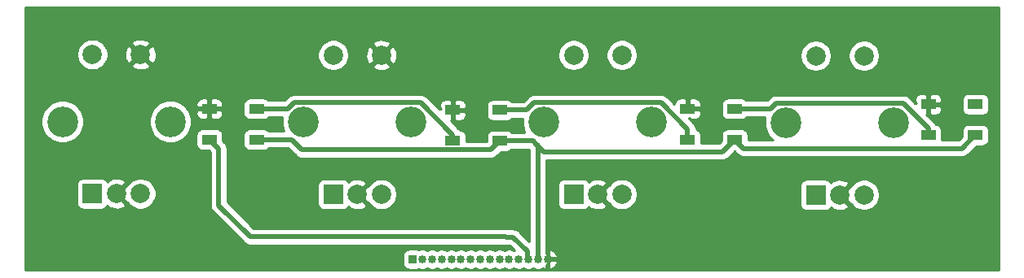
<source format=gbr>
%TF.GenerationSoftware,KiCad,Pcbnew,(5.1.6)-1*%
%TF.CreationDate,2020-06-17T13:42:06+02:00*%
%TF.ProjectId,antrieb smd,616e7472-6965-4622-9073-6d642e6b6963,rev?*%
%TF.SameCoordinates,Original*%
%TF.FileFunction,Copper,L1,Top*%
%TF.FilePolarity,Positive*%
%FSLAX46Y46*%
G04 Gerber Fmt 4.6, Leading zero omitted, Abs format (unit mm)*
G04 Created by KiCad (PCBNEW (5.1.6)-1) date 2020-06-17 13:42:06*
%MOMM*%
%LPD*%
G01*
G04 APERTURE LIST*
%TA.AperFunction,ComponentPad*%
%ADD10C,2.000000*%
%TD*%
%TA.AperFunction,ComponentPad*%
%ADD11C,3.200000*%
%TD*%
%TA.AperFunction,ComponentPad*%
%ADD12R,2.000000X2.000000*%
%TD*%
%TA.AperFunction,SMDPad,CuDef*%
%ADD13R,1.500000X1.000000*%
%TD*%
%TA.AperFunction,ComponentPad*%
%ADD14R,0.850000X0.850000*%
%TD*%
%TA.AperFunction,ComponentPad*%
%ADD15O,0.850000X0.850000*%
%TD*%
%TA.AperFunction,Conductor*%
%ADD16C,0.500000*%
%TD*%
%TA.AperFunction,Conductor*%
%ADD17C,0.254000*%
%TD*%
G04 APERTURE END LIST*
D10*
%TO.P,SW4,S1*%
%TO.N,Net-(SW4-PadS1)*%
X106790500Y-20996500D03*
%TO.P,SW4,S2*%
%TO.N,Net-(J1-Pad12)*%
X101790500Y-20996500D03*
D11*
%TO.P,SW4,MP*%
%TO.N,N/C*%
X109890500Y-27996500D03*
X98690500Y-27996500D03*
D10*
%TO.P,SW4,B*%
%TO.N,Net-(J1-Pad11)*%
X106790500Y-35496500D03*
%TO.P,SW4,C*%
%TO.N,gnd*%
X104290500Y-35496500D03*
D12*
%TO.P,SW4,A*%
%TO.N,Net-(J1-Pad10)*%
X101790500Y-35496500D03*
%TD*%
D10*
%TO.P,SW3,S1*%
%TO.N,Net-(SW3-PadS1)*%
X81644500Y-20933000D03*
%TO.P,SW3,S2*%
%TO.N,Net-(J1-Pad9)*%
X76644500Y-20933000D03*
D11*
%TO.P,SW3,MP*%
%TO.N,N/C*%
X84744500Y-27933000D03*
X73544500Y-27933000D03*
D10*
%TO.P,SW3,B*%
%TO.N,Net-(J1-Pad8)*%
X81644500Y-35433000D03*
%TO.P,SW3,C*%
%TO.N,gnd*%
X79144500Y-35433000D03*
D12*
%TO.P,SW3,A*%
%TO.N,Net-(J1-Pad7)*%
X76644500Y-35433000D03*
%TD*%
%TO.P,SW2,A*%
%TO.N,Net-(J1-Pad4)*%
X51689000Y-35433000D03*
D10*
%TO.P,SW2,C*%
%TO.N,gnd*%
X54189000Y-35433000D03*
%TO.P,SW2,B*%
%TO.N,Net-(J1-Pad5)*%
X56689000Y-35433000D03*
D11*
%TO.P,SW2,MP*%
%TO.N,N/C*%
X48589000Y-27933000D03*
X59789000Y-27933000D03*
D10*
%TO.P,SW2,S2*%
%TO.N,Net-(J1-Pad6)*%
X51689000Y-20933000D03*
%TO.P,SW2,S1*%
%TO.N,gnd*%
X56689000Y-20933000D03*
%TD*%
D13*
%TO.P,D3,3*%
%TO.N,gnd*%
X88482000Y-26530500D03*
%TO.P,D3,4*%
%TO.N,Net-(D2-Pad2)*%
X88482000Y-29730500D03*
%TO.P,D3,2*%
%TO.N,Net-(D3-Pad2)*%
X93382000Y-26530500D03*
%TO.P,D3,1*%
%TO.N,5v*%
X93382000Y-29730500D03*
%TD*%
%TO.P,D2,3*%
%TO.N,gnd*%
X64098000Y-26657500D03*
%TO.P,D2,4*%
%TO.N,Net-(D1-Pad2)*%
X64098000Y-29857500D03*
%TO.P,D2,2*%
%TO.N,Net-(D2-Pad2)*%
X68998000Y-26657500D03*
%TO.P,D2,1*%
%TO.N,5v*%
X68998000Y-29857500D03*
%TD*%
%TO.P,D1,1*%
%TO.N,5v*%
X43725000Y-29730500D03*
%TO.P,D1,2*%
%TO.N,Net-(D1-Pad2)*%
X43725000Y-26530500D03*
%TO.P,D1,4*%
%TO.N,data*%
X38825000Y-29730500D03*
%TO.P,D1,3*%
%TO.N,gnd*%
X38825000Y-26530500D03*
%TD*%
D14*
%TO.P,J1,1*%
%TO.N,Net-(J1-Pad1)*%
X59944500Y-42202100D03*
D15*
%TO.P,J1,2*%
%TO.N,Net-(J1-Pad2)*%
X60944500Y-42202100D03*
%TO.P,J1,3*%
%TO.N,Net-(J1-Pad3)*%
X61944500Y-42202100D03*
%TO.P,J1,4*%
%TO.N,Net-(J1-Pad4)*%
X62944500Y-42202100D03*
%TO.P,J1,5*%
%TO.N,Net-(J1-Pad5)*%
X63944500Y-42202100D03*
%TO.P,J1,6*%
%TO.N,Net-(J1-Pad6)*%
X64944500Y-42202100D03*
%TO.P,J1,7*%
%TO.N,Net-(J1-Pad7)*%
X65944500Y-42202100D03*
%TO.P,J1,8*%
%TO.N,Net-(J1-Pad8)*%
X66944500Y-42202100D03*
%TO.P,J1,9*%
%TO.N,Net-(J1-Pad9)*%
X67944500Y-42202100D03*
%TO.P,J1,10*%
%TO.N,Net-(J1-Pad10)*%
X68944500Y-42202100D03*
%TO.P,J1,11*%
%TO.N,Net-(J1-Pad11)*%
X69944500Y-42202100D03*
%TO.P,J1,12*%
%TO.N,Net-(J1-Pad12)*%
X70944500Y-42202100D03*
%TO.P,J1,13*%
%TO.N,data*%
X71944500Y-42202100D03*
%TO.P,J1,14*%
%TO.N,5v*%
X72944500Y-42202100D03*
%TO.P,J1,15*%
%TO.N,gnd*%
X73944500Y-42202100D03*
%TD*%
D13*
%TO.P,D4,3*%
%TO.N,gnd*%
X113475600Y-26060600D03*
%TO.P,D4,4*%
%TO.N,Net-(D3-Pad2)*%
X113475600Y-29260600D03*
%TO.P,D4,2*%
%TO.N,Net-(D4-Pad2)*%
X118375600Y-26060600D03*
%TO.P,D4,1*%
%TO.N,5v*%
X118375600Y-29260600D03*
%TD*%
D10*
%TO.P,SW1,S1*%
%TO.N,gnd*%
X31670000Y-20869500D03*
%TO.P,SW1,S2*%
%TO.N,Net-(J1-Pad3)*%
X26670000Y-20869500D03*
D11*
%TO.P,SW1,MP*%
%TO.N,N/C*%
X34770000Y-27869500D03*
X23570000Y-27869500D03*
D10*
%TO.P,SW1,B*%
%TO.N,Net-(J1-Pad2)*%
X31670000Y-35369500D03*
%TO.P,SW1,C*%
%TO.N,gnd*%
X29170000Y-35369500D03*
D12*
%TO.P,SW1,A*%
%TO.N,Net-(J1-Pad1)*%
X26670000Y-35369500D03*
%TD*%
D16*
%TO.N,5v*%
X93382000Y-29730500D02*
X94309300Y-30657800D01*
X116978400Y-30657800D02*
X118375600Y-29260600D01*
X94309300Y-30657800D02*
X116978400Y-30657800D01*
X92124500Y-30988000D02*
X93382000Y-29730500D01*
X73565498Y-30988000D02*
X92124500Y-30988000D01*
X68998000Y-29857500D02*
X72434998Y-29857500D01*
X72944500Y-30367002D02*
X72736449Y-30158951D01*
X72944500Y-42202100D02*
X72944500Y-30367002D01*
X72434998Y-29857500D02*
X72736449Y-30158951D01*
X72736449Y-30158951D02*
X73565498Y-30988000D01*
X68047999Y-30807501D02*
X68998000Y-29857500D01*
X48429499Y-30807501D02*
X68047999Y-30807501D01*
X47352498Y-29730500D02*
X48429499Y-30807501D01*
X43725000Y-29730500D02*
X47352498Y-29730500D01*
%TO.N,Net-(D1-Pad2)*%
X64098000Y-29207998D02*
X64098000Y-29857500D01*
X60773001Y-25882999D02*
X64098000Y-29207998D01*
X47604999Y-25882999D02*
X60773001Y-25882999D01*
X46957498Y-26530500D02*
X47604999Y-25882999D01*
X43725000Y-26530500D02*
X46957498Y-26530500D01*
%TO.N,data*%
X39775001Y-30680501D02*
X38825000Y-29730500D01*
X39775001Y-36574601D02*
X39775001Y-30680501D01*
X69595000Y-39852600D02*
X43053000Y-39852600D01*
X71819501Y-41364901D02*
X70358000Y-39903400D01*
X71819501Y-42077101D02*
X71819501Y-41364901D01*
X70358000Y-39903400D02*
X69645800Y-39903400D01*
X43053000Y-39852600D02*
X39775001Y-36574601D01*
X71944500Y-42202100D02*
X71819501Y-42077101D01*
X69645800Y-39903400D02*
X69595000Y-39852600D01*
%TO.N,Net-(D2-Pad2)*%
X72560499Y-25882999D02*
X85728501Y-25882999D01*
X88482000Y-28636498D02*
X88482000Y-29730500D01*
X71785998Y-26657500D02*
X72560499Y-25882999D01*
X85728501Y-25882999D02*
X88482000Y-28636498D01*
X68998000Y-26657500D02*
X71785998Y-26657500D01*
%TO.N,Net-(D3-Pad2)*%
X110874501Y-25946499D02*
X113475600Y-28547598D01*
X113475600Y-28547598D02*
X113475600Y-29260600D01*
X97122498Y-26530500D02*
X97706499Y-25946499D01*
X97706499Y-25946499D02*
X110874501Y-25946499D01*
X93382000Y-26530500D02*
X97122498Y-26530500D01*
%TD*%
D17*
%TO.N,gnd*%
G36*
X120751600Y-43332400D02*
G01*
X19735800Y-43332400D01*
X19735800Y-34369500D01*
X25031928Y-34369500D01*
X25031928Y-36369500D01*
X25044188Y-36493982D01*
X25080498Y-36613680D01*
X25139463Y-36723994D01*
X25218815Y-36820685D01*
X25315506Y-36900037D01*
X25425820Y-36959002D01*
X25545518Y-36995312D01*
X25670000Y-37007572D01*
X27670000Y-37007572D01*
X27794482Y-36995312D01*
X27914180Y-36959002D01*
X28024494Y-36900037D01*
X28121185Y-36820685D01*
X28200537Y-36723994D01*
X28255976Y-36620277D01*
X28309956Y-36769314D01*
X28599571Y-36910204D01*
X28911108Y-36991884D01*
X29232595Y-37011218D01*
X29551675Y-36967461D01*
X29856088Y-36862295D01*
X30030044Y-36769314D01*
X30125808Y-36504913D01*
X29170000Y-35549105D01*
X29155858Y-35563248D01*
X28976253Y-35383643D01*
X28990395Y-35369500D01*
X29349605Y-35369500D01*
X30305413Y-36325308D01*
X30335075Y-36314565D01*
X30400013Y-36411752D01*
X30627748Y-36639487D01*
X30895537Y-36818418D01*
X31193088Y-36941668D01*
X31508967Y-37004500D01*
X31831033Y-37004500D01*
X32146912Y-36941668D01*
X32444463Y-36818418D01*
X32712252Y-36639487D01*
X32939987Y-36411752D01*
X33118918Y-36143963D01*
X33242168Y-35846412D01*
X33305000Y-35530533D01*
X33305000Y-35208467D01*
X33242168Y-34892588D01*
X33118918Y-34595037D01*
X32939987Y-34327248D01*
X32712252Y-34099513D01*
X32444463Y-33920582D01*
X32146912Y-33797332D01*
X31831033Y-33734500D01*
X31508967Y-33734500D01*
X31193088Y-33797332D01*
X30895537Y-33920582D01*
X30627748Y-34099513D01*
X30400013Y-34327248D01*
X30335075Y-34424435D01*
X30305413Y-34413692D01*
X29349605Y-35369500D01*
X28990395Y-35369500D01*
X28976253Y-35355358D01*
X29155858Y-35175753D01*
X29170000Y-35189895D01*
X30125808Y-34234087D01*
X30030044Y-33969686D01*
X29740429Y-33828796D01*
X29428892Y-33747116D01*
X29107405Y-33727782D01*
X28788325Y-33771539D01*
X28483912Y-33876705D01*
X28309956Y-33969686D01*
X28255976Y-34118723D01*
X28200537Y-34015006D01*
X28121185Y-33918315D01*
X28024494Y-33838963D01*
X27914180Y-33779998D01*
X27794482Y-33743688D01*
X27670000Y-33731428D01*
X25670000Y-33731428D01*
X25545518Y-33743688D01*
X25425820Y-33779998D01*
X25315506Y-33838963D01*
X25218815Y-33918315D01*
X25139463Y-34015006D01*
X25080498Y-34125320D01*
X25044188Y-34245018D01*
X25031928Y-34369500D01*
X19735800Y-34369500D01*
X19735800Y-27649372D01*
X21335000Y-27649372D01*
X21335000Y-28089628D01*
X21420890Y-28521425D01*
X21589369Y-28928169D01*
X21833962Y-29294229D01*
X22145271Y-29605538D01*
X22511331Y-29850131D01*
X22918075Y-30018610D01*
X23349872Y-30104500D01*
X23790128Y-30104500D01*
X24221925Y-30018610D01*
X24628669Y-29850131D01*
X24994729Y-29605538D01*
X25306038Y-29294229D01*
X25550631Y-28928169D01*
X25719110Y-28521425D01*
X25805000Y-28089628D01*
X25805000Y-27649372D01*
X32535000Y-27649372D01*
X32535000Y-28089628D01*
X32620890Y-28521425D01*
X32789369Y-28928169D01*
X33033962Y-29294229D01*
X33345271Y-29605538D01*
X33711331Y-29850131D01*
X34118075Y-30018610D01*
X34549872Y-30104500D01*
X34990128Y-30104500D01*
X35421925Y-30018610D01*
X35828669Y-29850131D01*
X36194729Y-29605538D01*
X36506038Y-29294229D01*
X36548620Y-29230500D01*
X37436928Y-29230500D01*
X37436928Y-30230500D01*
X37449188Y-30354982D01*
X37485498Y-30474680D01*
X37544463Y-30584994D01*
X37623815Y-30681685D01*
X37720506Y-30761037D01*
X37830820Y-30820002D01*
X37950518Y-30856312D01*
X38075000Y-30868572D01*
X38711493Y-30868572D01*
X38890002Y-31047081D01*
X38890001Y-36531132D01*
X38885720Y-36574601D01*
X38890001Y-36618070D01*
X38890001Y-36618077D01*
X38902806Y-36748090D01*
X38953412Y-36914913D01*
X39035590Y-37068659D01*
X39146184Y-37203418D01*
X39179957Y-37231135D01*
X42396470Y-40447649D01*
X42424183Y-40481417D01*
X42457951Y-40509130D01*
X42457953Y-40509132D01*
X42558941Y-40592011D01*
X42712686Y-40674189D01*
X42879510Y-40724795D01*
X43009523Y-40737600D01*
X43009531Y-40737600D01*
X43053000Y-40741881D01*
X43096469Y-40737600D01*
X69347059Y-40737600D01*
X69472310Y-40775595D01*
X69602323Y-40788400D01*
X69602333Y-40788400D01*
X69645799Y-40792681D01*
X69689266Y-40788400D01*
X69991422Y-40788400D01*
X70458920Y-41255898D01*
X70444500Y-41261871D01*
X70253691Y-41182835D01*
X70048901Y-41142100D01*
X69840099Y-41142100D01*
X69635309Y-41182835D01*
X69444500Y-41261871D01*
X69253691Y-41182835D01*
X69048901Y-41142100D01*
X68840099Y-41142100D01*
X68635309Y-41182835D01*
X68444500Y-41261871D01*
X68253691Y-41182835D01*
X68048901Y-41142100D01*
X67840099Y-41142100D01*
X67635309Y-41182835D01*
X67444500Y-41261871D01*
X67253691Y-41182835D01*
X67048901Y-41142100D01*
X66840099Y-41142100D01*
X66635309Y-41182835D01*
X66444500Y-41261871D01*
X66253691Y-41182835D01*
X66048901Y-41142100D01*
X65840099Y-41142100D01*
X65635309Y-41182835D01*
X65444500Y-41261871D01*
X65253691Y-41182835D01*
X65048901Y-41142100D01*
X64840099Y-41142100D01*
X64635309Y-41182835D01*
X64444500Y-41261871D01*
X64253691Y-41182835D01*
X64048901Y-41142100D01*
X63840099Y-41142100D01*
X63635309Y-41182835D01*
X63444500Y-41261871D01*
X63253691Y-41182835D01*
X63048901Y-41142100D01*
X62840099Y-41142100D01*
X62635309Y-41182835D01*
X62444500Y-41261871D01*
X62253691Y-41182835D01*
X62048901Y-41142100D01*
X61840099Y-41142100D01*
X61635309Y-41182835D01*
X61444500Y-41261871D01*
X61253691Y-41182835D01*
X61048901Y-41142100D01*
X60840099Y-41142100D01*
X60635309Y-41182835D01*
X60618103Y-41189962D01*
X60613680Y-41187598D01*
X60493982Y-41151288D01*
X60369500Y-41139028D01*
X59519500Y-41139028D01*
X59395018Y-41151288D01*
X59275320Y-41187598D01*
X59165006Y-41246563D01*
X59068315Y-41325915D01*
X58988963Y-41422606D01*
X58929998Y-41532920D01*
X58893688Y-41652618D01*
X58881428Y-41777100D01*
X58881428Y-42627100D01*
X58893688Y-42751582D01*
X58929998Y-42871280D01*
X58988963Y-42981594D01*
X59068315Y-43078285D01*
X59165006Y-43157637D01*
X59275320Y-43216602D01*
X59395018Y-43252912D01*
X59519500Y-43265172D01*
X60369500Y-43265172D01*
X60493982Y-43252912D01*
X60613680Y-43216602D01*
X60618103Y-43214238D01*
X60635309Y-43221365D01*
X60840099Y-43262100D01*
X61048901Y-43262100D01*
X61253691Y-43221365D01*
X61444500Y-43142329D01*
X61635309Y-43221365D01*
X61840099Y-43262100D01*
X62048901Y-43262100D01*
X62253691Y-43221365D01*
X62444500Y-43142329D01*
X62635309Y-43221365D01*
X62840099Y-43262100D01*
X63048901Y-43262100D01*
X63253691Y-43221365D01*
X63444500Y-43142329D01*
X63635309Y-43221365D01*
X63840099Y-43262100D01*
X64048901Y-43262100D01*
X64253691Y-43221365D01*
X64444500Y-43142329D01*
X64635309Y-43221365D01*
X64840099Y-43262100D01*
X65048901Y-43262100D01*
X65253691Y-43221365D01*
X65444500Y-43142329D01*
X65635309Y-43221365D01*
X65840099Y-43262100D01*
X66048901Y-43262100D01*
X66253691Y-43221365D01*
X66444500Y-43142329D01*
X66635309Y-43221365D01*
X66840099Y-43262100D01*
X67048901Y-43262100D01*
X67253691Y-43221365D01*
X67444500Y-43142329D01*
X67635309Y-43221365D01*
X67840099Y-43262100D01*
X68048901Y-43262100D01*
X68253691Y-43221365D01*
X68444500Y-43142329D01*
X68635309Y-43221365D01*
X68840099Y-43262100D01*
X69048901Y-43262100D01*
X69253691Y-43221365D01*
X69444500Y-43142329D01*
X69635309Y-43221365D01*
X69840099Y-43262100D01*
X70048901Y-43262100D01*
X70253691Y-43221365D01*
X70444500Y-43142329D01*
X70635309Y-43221365D01*
X70840099Y-43262100D01*
X71048901Y-43262100D01*
X71253691Y-43221365D01*
X71444500Y-43142329D01*
X71635309Y-43221365D01*
X71840099Y-43262100D01*
X72048901Y-43262100D01*
X72253691Y-43221365D01*
X72444500Y-43142329D01*
X72635309Y-43221365D01*
X72840099Y-43262100D01*
X73048901Y-43262100D01*
X73253691Y-43221365D01*
X73446598Y-43141460D01*
X73451618Y-43138106D01*
X73619250Y-43210972D01*
X73654438Y-43221640D01*
X73817500Y-43094357D01*
X73817500Y-42803513D01*
X73883860Y-42704198D01*
X73963765Y-42511291D01*
X74000004Y-42329100D01*
X74071500Y-42329100D01*
X74071500Y-43094357D01*
X74234562Y-43221640D01*
X74269750Y-43210972D01*
X74460322Y-43128134D01*
X74631071Y-43009709D01*
X74775436Y-42860248D01*
X74887868Y-42685494D01*
X74964047Y-42492164D01*
X74838121Y-42329100D01*
X74071500Y-42329100D01*
X74000004Y-42329100D01*
X74004500Y-42306501D01*
X74004500Y-42097699D01*
X73963765Y-41892909D01*
X73883860Y-41700002D01*
X73829500Y-41618646D01*
X73829500Y-41309843D01*
X74071500Y-41309843D01*
X74071500Y-42075100D01*
X74838121Y-42075100D01*
X74964047Y-41912036D01*
X74887868Y-41718706D01*
X74775436Y-41543952D01*
X74631071Y-41394491D01*
X74460322Y-41276066D01*
X74269750Y-41193228D01*
X74234562Y-41182560D01*
X74071500Y-41309843D01*
X73829500Y-41309843D01*
X73829500Y-34433000D01*
X75006428Y-34433000D01*
X75006428Y-36433000D01*
X75018688Y-36557482D01*
X75054998Y-36677180D01*
X75113963Y-36787494D01*
X75193315Y-36884185D01*
X75290006Y-36963537D01*
X75400320Y-37022502D01*
X75520018Y-37058812D01*
X75644500Y-37071072D01*
X77644500Y-37071072D01*
X77768982Y-37058812D01*
X77888680Y-37022502D01*
X77998994Y-36963537D01*
X78095685Y-36884185D01*
X78175037Y-36787494D01*
X78230476Y-36683777D01*
X78284456Y-36832814D01*
X78574071Y-36973704D01*
X78885608Y-37055384D01*
X79207095Y-37074718D01*
X79526175Y-37030961D01*
X79830588Y-36925795D01*
X80004544Y-36832814D01*
X80100308Y-36568413D01*
X79144500Y-35612605D01*
X79130358Y-35626748D01*
X78950753Y-35447143D01*
X78964895Y-35433000D01*
X79324105Y-35433000D01*
X80279913Y-36388808D01*
X80309575Y-36378065D01*
X80374513Y-36475252D01*
X80602248Y-36702987D01*
X80870037Y-36881918D01*
X81167588Y-37005168D01*
X81483467Y-37068000D01*
X81805533Y-37068000D01*
X82121412Y-37005168D01*
X82418963Y-36881918D01*
X82686752Y-36702987D01*
X82914487Y-36475252D01*
X83093418Y-36207463D01*
X83216668Y-35909912D01*
X83279500Y-35594033D01*
X83279500Y-35271967D01*
X83216668Y-34956088D01*
X83093418Y-34658537D01*
X82985149Y-34496500D01*
X100152428Y-34496500D01*
X100152428Y-36496500D01*
X100164688Y-36620982D01*
X100200998Y-36740680D01*
X100259963Y-36850994D01*
X100339315Y-36947685D01*
X100436006Y-37027037D01*
X100546320Y-37086002D01*
X100666018Y-37122312D01*
X100790500Y-37134572D01*
X102790500Y-37134572D01*
X102914982Y-37122312D01*
X103034680Y-37086002D01*
X103144994Y-37027037D01*
X103241685Y-36947685D01*
X103321037Y-36850994D01*
X103376476Y-36747277D01*
X103430456Y-36896314D01*
X103720071Y-37037204D01*
X104031608Y-37118884D01*
X104353095Y-37138218D01*
X104672175Y-37094461D01*
X104976588Y-36989295D01*
X105150544Y-36896314D01*
X105246308Y-36631913D01*
X104290500Y-35676105D01*
X104276358Y-35690248D01*
X104096753Y-35510643D01*
X104110895Y-35496500D01*
X104470105Y-35496500D01*
X105425913Y-36452308D01*
X105455575Y-36441565D01*
X105520513Y-36538752D01*
X105748248Y-36766487D01*
X106016037Y-36945418D01*
X106313588Y-37068668D01*
X106629467Y-37131500D01*
X106951533Y-37131500D01*
X107267412Y-37068668D01*
X107564963Y-36945418D01*
X107832752Y-36766487D01*
X108060487Y-36538752D01*
X108239418Y-36270963D01*
X108362668Y-35973412D01*
X108425500Y-35657533D01*
X108425500Y-35335467D01*
X108362668Y-35019588D01*
X108239418Y-34722037D01*
X108060487Y-34454248D01*
X107832752Y-34226513D01*
X107564963Y-34047582D01*
X107267412Y-33924332D01*
X106951533Y-33861500D01*
X106629467Y-33861500D01*
X106313588Y-33924332D01*
X106016037Y-34047582D01*
X105748248Y-34226513D01*
X105520513Y-34454248D01*
X105455575Y-34551435D01*
X105425913Y-34540692D01*
X104470105Y-35496500D01*
X104110895Y-35496500D01*
X104096753Y-35482358D01*
X104276358Y-35302753D01*
X104290500Y-35316895D01*
X105246308Y-34361087D01*
X105150544Y-34096686D01*
X104860929Y-33955796D01*
X104549392Y-33874116D01*
X104227905Y-33854782D01*
X103908825Y-33898539D01*
X103604412Y-34003705D01*
X103430456Y-34096686D01*
X103376476Y-34245723D01*
X103321037Y-34142006D01*
X103241685Y-34045315D01*
X103144994Y-33965963D01*
X103034680Y-33906998D01*
X102914982Y-33870688D01*
X102790500Y-33858428D01*
X100790500Y-33858428D01*
X100666018Y-33870688D01*
X100546320Y-33906998D01*
X100436006Y-33965963D01*
X100339315Y-34045315D01*
X100259963Y-34142006D01*
X100200998Y-34252320D01*
X100164688Y-34372018D01*
X100152428Y-34496500D01*
X82985149Y-34496500D01*
X82914487Y-34390748D01*
X82686752Y-34163013D01*
X82418963Y-33984082D01*
X82121412Y-33860832D01*
X81805533Y-33798000D01*
X81483467Y-33798000D01*
X81167588Y-33860832D01*
X80870037Y-33984082D01*
X80602248Y-34163013D01*
X80374513Y-34390748D01*
X80309575Y-34487935D01*
X80279913Y-34477192D01*
X79324105Y-35433000D01*
X78964895Y-35433000D01*
X78950753Y-35418858D01*
X79130358Y-35239253D01*
X79144500Y-35253395D01*
X80100308Y-34297587D01*
X80004544Y-34033186D01*
X79714929Y-33892296D01*
X79403392Y-33810616D01*
X79081905Y-33791282D01*
X78762825Y-33835039D01*
X78458412Y-33940205D01*
X78284456Y-34033186D01*
X78230476Y-34182223D01*
X78175037Y-34078506D01*
X78095685Y-33981815D01*
X77998994Y-33902463D01*
X77888680Y-33843498D01*
X77768982Y-33807188D01*
X77644500Y-33794928D01*
X75644500Y-33794928D01*
X75520018Y-33807188D01*
X75400320Y-33843498D01*
X75290006Y-33902463D01*
X75193315Y-33981815D01*
X75113963Y-34078506D01*
X75054998Y-34188820D01*
X75018688Y-34308518D01*
X75006428Y-34433000D01*
X73829500Y-34433000D01*
X73829500Y-31873000D01*
X92081031Y-31873000D01*
X92124500Y-31877281D01*
X92167969Y-31873000D01*
X92167977Y-31873000D01*
X92297990Y-31860195D01*
X92464813Y-31809589D01*
X92618559Y-31727411D01*
X92753317Y-31616817D01*
X92781034Y-31583044D01*
X93382000Y-30982079D01*
X93652770Y-31252849D01*
X93680483Y-31286617D01*
X93714251Y-31314330D01*
X93714253Y-31314332D01*
X93785752Y-31373010D01*
X93815241Y-31397211D01*
X93968987Y-31479389D01*
X94135810Y-31529995D01*
X94265823Y-31542800D01*
X94265833Y-31542800D01*
X94309299Y-31547081D01*
X94352765Y-31542800D01*
X116934931Y-31542800D01*
X116978400Y-31547081D01*
X117021869Y-31542800D01*
X117021877Y-31542800D01*
X117151890Y-31529995D01*
X117318713Y-31479389D01*
X117472459Y-31397211D01*
X117607217Y-31286617D01*
X117634934Y-31252844D01*
X118489107Y-30398672D01*
X119125600Y-30398672D01*
X119250082Y-30386412D01*
X119369780Y-30350102D01*
X119480094Y-30291137D01*
X119576785Y-30211785D01*
X119656137Y-30115094D01*
X119715102Y-30004780D01*
X119751412Y-29885082D01*
X119763672Y-29760600D01*
X119763672Y-28760600D01*
X119751412Y-28636118D01*
X119715102Y-28516420D01*
X119656137Y-28406106D01*
X119576785Y-28309415D01*
X119480094Y-28230063D01*
X119369780Y-28171098D01*
X119250082Y-28134788D01*
X119125600Y-28122528D01*
X117625600Y-28122528D01*
X117501118Y-28134788D01*
X117381420Y-28171098D01*
X117271106Y-28230063D01*
X117174415Y-28309415D01*
X117095063Y-28406106D01*
X117036098Y-28516420D01*
X116999788Y-28636118D01*
X116987528Y-28760600D01*
X116987528Y-29397094D01*
X116611822Y-29772800D01*
X114862470Y-29772800D01*
X114863672Y-29760600D01*
X114863672Y-28760600D01*
X114851412Y-28636118D01*
X114815102Y-28516420D01*
X114756137Y-28406106D01*
X114676785Y-28309415D01*
X114580094Y-28230063D01*
X114469780Y-28171098D01*
X114350082Y-28134788D01*
X114253347Y-28125261D01*
X114215011Y-28053539D01*
X114104417Y-27918781D01*
X114070650Y-27891069D01*
X113282515Y-27102935D01*
X113348600Y-27036850D01*
X113348600Y-26187600D01*
X113602600Y-26187600D01*
X113602600Y-27036850D01*
X113761350Y-27195600D01*
X114225600Y-27198672D01*
X114350082Y-27186412D01*
X114469780Y-27150102D01*
X114580094Y-27091137D01*
X114676785Y-27011785D01*
X114756137Y-26915094D01*
X114815102Y-26804780D01*
X114851412Y-26685082D01*
X114863672Y-26560600D01*
X114860600Y-26346350D01*
X114701850Y-26187600D01*
X113602600Y-26187600D01*
X113348600Y-26187600D01*
X113328600Y-26187600D01*
X113328600Y-25933600D01*
X113348600Y-25933600D01*
X113348600Y-25084350D01*
X113602600Y-25084350D01*
X113602600Y-25933600D01*
X114701850Y-25933600D01*
X114860600Y-25774850D01*
X114863672Y-25560600D01*
X116987528Y-25560600D01*
X116987528Y-26560600D01*
X116999788Y-26685082D01*
X117036098Y-26804780D01*
X117095063Y-26915094D01*
X117174415Y-27011785D01*
X117271106Y-27091137D01*
X117381420Y-27150102D01*
X117501118Y-27186412D01*
X117625600Y-27198672D01*
X119125600Y-27198672D01*
X119250082Y-27186412D01*
X119369780Y-27150102D01*
X119480094Y-27091137D01*
X119576785Y-27011785D01*
X119656137Y-26915094D01*
X119715102Y-26804780D01*
X119751412Y-26685082D01*
X119763672Y-26560600D01*
X119763672Y-25560600D01*
X119751412Y-25436118D01*
X119715102Y-25316420D01*
X119656137Y-25206106D01*
X119576785Y-25109415D01*
X119480094Y-25030063D01*
X119369780Y-24971098D01*
X119250082Y-24934788D01*
X119125600Y-24922528D01*
X117625600Y-24922528D01*
X117501118Y-24934788D01*
X117381420Y-24971098D01*
X117271106Y-25030063D01*
X117174415Y-25109415D01*
X117095063Y-25206106D01*
X117036098Y-25316420D01*
X116999788Y-25436118D01*
X116987528Y-25560600D01*
X114863672Y-25560600D01*
X114851412Y-25436118D01*
X114815102Y-25316420D01*
X114756137Y-25206106D01*
X114676785Y-25109415D01*
X114580094Y-25030063D01*
X114469780Y-24971098D01*
X114350082Y-24934788D01*
X114225600Y-24922528D01*
X113761350Y-24925600D01*
X113602600Y-25084350D01*
X113348600Y-25084350D01*
X113189850Y-24925600D01*
X112725600Y-24922528D01*
X112601118Y-24934788D01*
X112481420Y-24971098D01*
X112371106Y-25030063D01*
X112274415Y-25109415D01*
X112195063Y-25206106D01*
X112136098Y-25316420D01*
X112099788Y-25436118D01*
X112087528Y-25560600D01*
X112090600Y-25774850D01*
X112249348Y-25933598D01*
X112113178Y-25933598D01*
X111531035Y-25351455D01*
X111503318Y-25317682D01*
X111368560Y-25207088D01*
X111214814Y-25124910D01*
X111047991Y-25074304D01*
X110917978Y-25061499D01*
X110917970Y-25061499D01*
X110874501Y-25057218D01*
X110831032Y-25061499D01*
X97749964Y-25061499D01*
X97706498Y-25057218D01*
X97663032Y-25061499D01*
X97663022Y-25061499D01*
X97533009Y-25074304D01*
X97366186Y-25124910D01*
X97212440Y-25207088D01*
X97077682Y-25317682D01*
X97049965Y-25351455D01*
X96755920Y-25645500D01*
X94637501Y-25645500D01*
X94583185Y-25579315D01*
X94486494Y-25499963D01*
X94376180Y-25440998D01*
X94256482Y-25404688D01*
X94132000Y-25392428D01*
X92632000Y-25392428D01*
X92507518Y-25404688D01*
X92387820Y-25440998D01*
X92277506Y-25499963D01*
X92180815Y-25579315D01*
X92101463Y-25676006D01*
X92042498Y-25786320D01*
X92006188Y-25906018D01*
X91993928Y-26030500D01*
X91993928Y-27030500D01*
X92006188Y-27154982D01*
X92042498Y-27274680D01*
X92101463Y-27384994D01*
X92180815Y-27481685D01*
X92277506Y-27561037D01*
X92387820Y-27620002D01*
X92507518Y-27656312D01*
X92632000Y-27668572D01*
X94132000Y-27668572D01*
X94256482Y-27656312D01*
X94376180Y-27620002D01*
X94486494Y-27561037D01*
X94583185Y-27481685D01*
X94637501Y-27415500D01*
X96527282Y-27415500D01*
X96455500Y-27776372D01*
X96455500Y-28216628D01*
X96541390Y-28648425D01*
X96709869Y-29055169D01*
X96954462Y-29421229D01*
X97265771Y-29732538D01*
X97326027Y-29772800D01*
X94770072Y-29772800D01*
X94770072Y-29230500D01*
X94757812Y-29106018D01*
X94721502Y-28986320D01*
X94662537Y-28876006D01*
X94583185Y-28779315D01*
X94486494Y-28699963D01*
X94376180Y-28640998D01*
X94256482Y-28604688D01*
X94132000Y-28592428D01*
X92632000Y-28592428D01*
X92507518Y-28604688D01*
X92387820Y-28640998D01*
X92277506Y-28699963D01*
X92180815Y-28779315D01*
X92101463Y-28876006D01*
X92042498Y-28986320D01*
X92006188Y-29106018D01*
X91993928Y-29230500D01*
X91993928Y-29866994D01*
X91757922Y-30103000D01*
X89870072Y-30103000D01*
X89870072Y-29230500D01*
X89857812Y-29106018D01*
X89821502Y-28986320D01*
X89762537Y-28876006D01*
X89683185Y-28779315D01*
X89586494Y-28699963D01*
X89476180Y-28640998D01*
X89368507Y-28608336D01*
X89367000Y-28593029D01*
X89367000Y-28593021D01*
X89354195Y-28463008D01*
X89336934Y-28406106D01*
X89303589Y-28296184D01*
X89221411Y-28142439D01*
X89138532Y-28041451D01*
X89138530Y-28041449D01*
X89110817Y-28007681D01*
X89077050Y-27979969D01*
X88609002Y-27511921D01*
X88609002Y-27506752D01*
X88767750Y-27665500D01*
X89232000Y-27668572D01*
X89356482Y-27656312D01*
X89476180Y-27620002D01*
X89586494Y-27561037D01*
X89683185Y-27481685D01*
X89762537Y-27384994D01*
X89821502Y-27274680D01*
X89857812Y-27154982D01*
X89870072Y-27030500D01*
X89867000Y-26816250D01*
X89708250Y-26657500D01*
X88609000Y-26657500D01*
X88609000Y-26677500D01*
X88355000Y-26677500D01*
X88355000Y-26657500D01*
X88335000Y-26657500D01*
X88335000Y-26403500D01*
X88355000Y-26403500D01*
X88355000Y-25554250D01*
X88609000Y-25554250D01*
X88609000Y-26403500D01*
X89708250Y-26403500D01*
X89867000Y-26244750D01*
X89870072Y-26030500D01*
X89857812Y-25906018D01*
X89821502Y-25786320D01*
X89762537Y-25676006D01*
X89683185Y-25579315D01*
X89586494Y-25499963D01*
X89476180Y-25440998D01*
X89356482Y-25404688D01*
X89232000Y-25392428D01*
X88767750Y-25395500D01*
X88609000Y-25554250D01*
X88355000Y-25554250D01*
X88196250Y-25395500D01*
X87732000Y-25392428D01*
X87607518Y-25404688D01*
X87487820Y-25440998D01*
X87377506Y-25499963D01*
X87280815Y-25579315D01*
X87201463Y-25676006D01*
X87142498Y-25786320D01*
X87106188Y-25906018D01*
X87096945Y-25999865D01*
X86385035Y-25287955D01*
X86357318Y-25254182D01*
X86222560Y-25143588D01*
X86068814Y-25061410D01*
X85901991Y-25010804D01*
X85771978Y-24997999D01*
X85771970Y-24997999D01*
X85728501Y-24993718D01*
X85685032Y-24997999D01*
X72603968Y-24997999D01*
X72560499Y-24993718D01*
X72517030Y-24997999D01*
X72517022Y-24997999D01*
X72387009Y-25010804D01*
X72220186Y-25061410D01*
X72101383Y-25124911D01*
X72066440Y-25143588D01*
X71965452Y-25226467D01*
X71965450Y-25226469D01*
X71931682Y-25254182D01*
X71903969Y-25287950D01*
X71419420Y-25772500D01*
X70253501Y-25772500D01*
X70199185Y-25706315D01*
X70102494Y-25626963D01*
X69992180Y-25567998D01*
X69872482Y-25531688D01*
X69748000Y-25519428D01*
X68248000Y-25519428D01*
X68123518Y-25531688D01*
X68003820Y-25567998D01*
X67893506Y-25626963D01*
X67796815Y-25706315D01*
X67717463Y-25803006D01*
X67658498Y-25913320D01*
X67622188Y-26033018D01*
X67609928Y-26157500D01*
X67609928Y-27157500D01*
X67622188Y-27281982D01*
X67658498Y-27401680D01*
X67717463Y-27511994D01*
X67796815Y-27608685D01*
X67893506Y-27688037D01*
X68003820Y-27747002D01*
X68123518Y-27783312D01*
X68248000Y-27795572D01*
X69748000Y-27795572D01*
X69872482Y-27783312D01*
X69992180Y-27747002D01*
X70102494Y-27688037D01*
X70199185Y-27608685D01*
X70253501Y-27542500D01*
X71343389Y-27542500D01*
X71309500Y-27712872D01*
X71309500Y-28153128D01*
X71395390Y-28584925D01*
X71555929Y-28972500D01*
X70253501Y-28972500D01*
X70199185Y-28906315D01*
X70102494Y-28826963D01*
X69992180Y-28767998D01*
X69872482Y-28731688D01*
X69748000Y-28719428D01*
X68248000Y-28719428D01*
X68123518Y-28731688D01*
X68003820Y-28767998D01*
X67893506Y-28826963D01*
X67796815Y-28906315D01*
X67717463Y-29003006D01*
X67658498Y-29113320D01*
X67622188Y-29233018D01*
X67609928Y-29357500D01*
X67609928Y-29922501D01*
X65486072Y-29922501D01*
X65486072Y-29357500D01*
X65473812Y-29233018D01*
X65437502Y-29113320D01*
X65378537Y-29003006D01*
X65299185Y-28906315D01*
X65202494Y-28826963D01*
X65092180Y-28767998D01*
X64972482Y-28731688D01*
X64848000Y-28719428D01*
X64840345Y-28719428D01*
X64837411Y-28713939D01*
X64754532Y-28612951D01*
X64754530Y-28612949D01*
X64726817Y-28579181D01*
X64693050Y-28551469D01*
X63873165Y-27731585D01*
X63971000Y-27633750D01*
X63971000Y-26784500D01*
X64225000Y-26784500D01*
X64225000Y-27633750D01*
X64383750Y-27792500D01*
X64848000Y-27795572D01*
X64972482Y-27783312D01*
X65092180Y-27747002D01*
X65202494Y-27688037D01*
X65299185Y-27608685D01*
X65378537Y-27511994D01*
X65437502Y-27401680D01*
X65473812Y-27281982D01*
X65486072Y-27157500D01*
X65483000Y-26943250D01*
X65324250Y-26784500D01*
X64225000Y-26784500D01*
X63971000Y-26784500D01*
X63951000Y-26784500D01*
X63951000Y-26530500D01*
X63971000Y-26530500D01*
X63971000Y-25681250D01*
X64225000Y-25681250D01*
X64225000Y-26530500D01*
X65324250Y-26530500D01*
X65483000Y-26371750D01*
X65486072Y-26157500D01*
X65473812Y-26033018D01*
X65437502Y-25913320D01*
X65378537Y-25803006D01*
X65299185Y-25706315D01*
X65202494Y-25626963D01*
X65092180Y-25567998D01*
X64972482Y-25531688D01*
X64848000Y-25519428D01*
X64383750Y-25522500D01*
X64225000Y-25681250D01*
X63971000Y-25681250D01*
X63812250Y-25522500D01*
X63348000Y-25519428D01*
X63223518Y-25531688D01*
X63103820Y-25567998D01*
X62993506Y-25626963D01*
X62896815Y-25706315D01*
X62817463Y-25803006D01*
X62758498Y-25913320D01*
X62722188Y-26033018D01*
X62709928Y-26157500D01*
X62713000Y-26371750D01*
X62871748Y-26530498D01*
X62713000Y-26530498D01*
X62713000Y-26571420D01*
X61429535Y-25287955D01*
X61401818Y-25254182D01*
X61267060Y-25143588D01*
X61113314Y-25061410D01*
X60946491Y-25010804D01*
X60816478Y-24997999D01*
X60816470Y-24997999D01*
X60773001Y-24993718D01*
X60729532Y-24997999D01*
X47648468Y-24997999D01*
X47604999Y-24993718D01*
X47561530Y-24997999D01*
X47561522Y-24997999D01*
X47431509Y-25010804D01*
X47264686Y-25061410D01*
X47145883Y-25124911D01*
X47110940Y-25143588D01*
X47009952Y-25226467D01*
X47009950Y-25226469D01*
X46976182Y-25254182D01*
X46948469Y-25287950D01*
X46590920Y-25645500D01*
X44980501Y-25645500D01*
X44926185Y-25579315D01*
X44829494Y-25499963D01*
X44719180Y-25440998D01*
X44599482Y-25404688D01*
X44475000Y-25392428D01*
X42975000Y-25392428D01*
X42850518Y-25404688D01*
X42730820Y-25440998D01*
X42620506Y-25499963D01*
X42523815Y-25579315D01*
X42444463Y-25676006D01*
X42385498Y-25786320D01*
X42349188Y-25906018D01*
X42336928Y-26030500D01*
X42336928Y-27030500D01*
X42349188Y-27154982D01*
X42385498Y-27274680D01*
X42444463Y-27384994D01*
X42523815Y-27481685D01*
X42620506Y-27561037D01*
X42730820Y-27620002D01*
X42850518Y-27656312D01*
X42975000Y-27668572D01*
X44475000Y-27668572D01*
X44599482Y-27656312D01*
X44719180Y-27620002D01*
X44829494Y-27561037D01*
X44926185Y-27481685D01*
X44980501Y-27415500D01*
X46413151Y-27415500D01*
X46354000Y-27712872D01*
X46354000Y-28153128D01*
X46439890Y-28584925D01*
X46547824Y-28845500D01*
X44980501Y-28845500D01*
X44926185Y-28779315D01*
X44829494Y-28699963D01*
X44719180Y-28640998D01*
X44599482Y-28604688D01*
X44475000Y-28592428D01*
X42975000Y-28592428D01*
X42850518Y-28604688D01*
X42730820Y-28640998D01*
X42620506Y-28699963D01*
X42523815Y-28779315D01*
X42444463Y-28876006D01*
X42385498Y-28986320D01*
X42349188Y-29106018D01*
X42336928Y-29230500D01*
X42336928Y-30230500D01*
X42349188Y-30354982D01*
X42385498Y-30474680D01*
X42444463Y-30584994D01*
X42523815Y-30681685D01*
X42620506Y-30761037D01*
X42730820Y-30820002D01*
X42850518Y-30856312D01*
X42975000Y-30868572D01*
X44475000Y-30868572D01*
X44599482Y-30856312D01*
X44719180Y-30820002D01*
X44829494Y-30761037D01*
X44926185Y-30681685D01*
X44980501Y-30615500D01*
X46985920Y-30615500D01*
X47772969Y-31402550D01*
X47800682Y-31436318D01*
X47834450Y-31464031D01*
X47834452Y-31464033D01*
X47856417Y-31482059D01*
X47935440Y-31546912D01*
X48089186Y-31629090D01*
X48256009Y-31679696D01*
X48386022Y-31692501D01*
X48386032Y-31692501D01*
X48429498Y-31696782D01*
X48472964Y-31692501D01*
X68004530Y-31692501D01*
X68047999Y-31696782D01*
X68091468Y-31692501D01*
X68091476Y-31692501D01*
X68221489Y-31679696D01*
X68388312Y-31629090D01*
X68542058Y-31546912D01*
X68676816Y-31436318D01*
X68704533Y-31402545D01*
X69111506Y-30995572D01*
X69748000Y-30995572D01*
X69872482Y-30983312D01*
X69992180Y-30947002D01*
X70102494Y-30888037D01*
X70199185Y-30808685D01*
X70253501Y-30742500D01*
X72059501Y-30742500D01*
X72059500Y-40353321D01*
X71014532Y-39308354D01*
X70986817Y-39274583D01*
X70852059Y-39163989D01*
X70698313Y-39081811D01*
X70531490Y-39031205D01*
X70401477Y-39018400D01*
X70401469Y-39018400D01*
X70358000Y-39014119D01*
X70314531Y-39018400D01*
X69893741Y-39018400D01*
X69768490Y-38980405D01*
X69638477Y-38967600D01*
X69638469Y-38967600D01*
X69595000Y-38963319D01*
X69551531Y-38967600D01*
X43419579Y-38967600D01*
X40660001Y-36208023D01*
X40660001Y-34433000D01*
X50050928Y-34433000D01*
X50050928Y-36433000D01*
X50063188Y-36557482D01*
X50099498Y-36677180D01*
X50158463Y-36787494D01*
X50237815Y-36884185D01*
X50334506Y-36963537D01*
X50444820Y-37022502D01*
X50564518Y-37058812D01*
X50689000Y-37071072D01*
X52689000Y-37071072D01*
X52813482Y-37058812D01*
X52933180Y-37022502D01*
X53043494Y-36963537D01*
X53140185Y-36884185D01*
X53219537Y-36787494D01*
X53274976Y-36683777D01*
X53328956Y-36832814D01*
X53618571Y-36973704D01*
X53930108Y-37055384D01*
X54251595Y-37074718D01*
X54570675Y-37030961D01*
X54875088Y-36925795D01*
X55049044Y-36832814D01*
X55144808Y-36568413D01*
X54189000Y-35612605D01*
X54174858Y-35626748D01*
X53995253Y-35447143D01*
X54009395Y-35433000D01*
X54368605Y-35433000D01*
X55324413Y-36388808D01*
X55354075Y-36378065D01*
X55419013Y-36475252D01*
X55646748Y-36702987D01*
X55914537Y-36881918D01*
X56212088Y-37005168D01*
X56527967Y-37068000D01*
X56850033Y-37068000D01*
X57165912Y-37005168D01*
X57463463Y-36881918D01*
X57731252Y-36702987D01*
X57958987Y-36475252D01*
X58137918Y-36207463D01*
X58261168Y-35909912D01*
X58324000Y-35594033D01*
X58324000Y-35271967D01*
X58261168Y-34956088D01*
X58137918Y-34658537D01*
X57958987Y-34390748D01*
X57731252Y-34163013D01*
X57463463Y-33984082D01*
X57165912Y-33860832D01*
X56850033Y-33798000D01*
X56527967Y-33798000D01*
X56212088Y-33860832D01*
X55914537Y-33984082D01*
X55646748Y-34163013D01*
X55419013Y-34390748D01*
X55354075Y-34487935D01*
X55324413Y-34477192D01*
X54368605Y-35433000D01*
X54009395Y-35433000D01*
X53995253Y-35418858D01*
X54174858Y-35239253D01*
X54189000Y-35253395D01*
X55144808Y-34297587D01*
X55049044Y-34033186D01*
X54759429Y-33892296D01*
X54447892Y-33810616D01*
X54126405Y-33791282D01*
X53807325Y-33835039D01*
X53502912Y-33940205D01*
X53328956Y-34033186D01*
X53274976Y-34182223D01*
X53219537Y-34078506D01*
X53140185Y-33981815D01*
X53043494Y-33902463D01*
X52933180Y-33843498D01*
X52813482Y-33807188D01*
X52689000Y-33794928D01*
X50689000Y-33794928D01*
X50564518Y-33807188D01*
X50444820Y-33843498D01*
X50334506Y-33902463D01*
X50237815Y-33981815D01*
X50158463Y-34078506D01*
X50099498Y-34188820D01*
X50063188Y-34308518D01*
X50050928Y-34433000D01*
X40660001Y-34433000D01*
X40660001Y-30723966D01*
X40664282Y-30680500D01*
X40660001Y-30637034D01*
X40660001Y-30637024D01*
X40647196Y-30507011D01*
X40596590Y-30340188D01*
X40514412Y-30186442D01*
X40455858Y-30115094D01*
X40431533Y-30085454D01*
X40431531Y-30085452D01*
X40403818Y-30051684D01*
X40370050Y-30023971D01*
X40213072Y-29866993D01*
X40213072Y-29230500D01*
X40200812Y-29106018D01*
X40164502Y-28986320D01*
X40105537Y-28876006D01*
X40026185Y-28779315D01*
X39929494Y-28699963D01*
X39819180Y-28640998D01*
X39699482Y-28604688D01*
X39575000Y-28592428D01*
X38075000Y-28592428D01*
X37950518Y-28604688D01*
X37830820Y-28640998D01*
X37720506Y-28699963D01*
X37623815Y-28779315D01*
X37544463Y-28876006D01*
X37485498Y-28986320D01*
X37449188Y-29106018D01*
X37436928Y-29230500D01*
X36548620Y-29230500D01*
X36750631Y-28928169D01*
X36919110Y-28521425D01*
X37005000Y-28089628D01*
X37005000Y-27649372D01*
X36919110Y-27217575D01*
X36841621Y-27030500D01*
X37436928Y-27030500D01*
X37449188Y-27154982D01*
X37485498Y-27274680D01*
X37544463Y-27384994D01*
X37623815Y-27481685D01*
X37720506Y-27561037D01*
X37830820Y-27620002D01*
X37950518Y-27656312D01*
X38075000Y-27668572D01*
X38539250Y-27665500D01*
X38698000Y-27506750D01*
X38698000Y-26657500D01*
X38952000Y-26657500D01*
X38952000Y-27506750D01*
X39110750Y-27665500D01*
X39575000Y-27668572D01*
X39699482Y-27656312D01*
X39819180Y-27620002D01*
X39929494Y-27561037D01*
X40026185Y-27481685D01*
X40105537Y-27384994D01*
X40164502Y-27274680D01*
X40200812Y-27154982D01*
X40213072Y-27030500D01*
X40210000Y-26816250D01*
X40051250Y-26657500D01*
X38952000Y-26657500D01*
X38698000Y-26657500D01*
X37598750Y-26657500D01*
X37440000Y-26816250D01*
X37436928Y-27030500D01*
X36841621Y-27030500D01*
X36750631Y-26810831D01*
X36506038Y-26444771D01*
X36194729Y-26133462D01*
X36040636Y-26030500D01*
X37436928Y-26030500D01*
X37440000Y-26244750D01*
X37598750Y-26403500D01*
X38698000Y-26403500D01*
X38698000Y-25554250D01*
X38952000Y-25554250D01*
X38952000Y-26403500D01*
X40051250Y-26403500D01*
X40210000Y-26244750D01*
X40213072Y-26030500D01*
X40200812Y-25906018D01*
X40164502Y-25786320D01*
X40105537Y-25676006D01*
X40026185Y-25579315D01*
X39929494Y-25499963D01*
X39819180Y-25440998D01*
X39699482Y-25404688D01*
X39575000Y-25392428D01*
X39110750Y-25395500D01*
X38952000Y-25554250D01*
X38698000Y-25554250D01*
X38539250Y-25395500D01*
X38075000Y-25392428D01*
X37950518Y-25404688D01*
X37830820Y-25440998D01*
X37720506Y-25499963D01*
X37623815Y-25579315D01*
X37544463Y-25676006D01*
X37485498Y-25786320D01*
X37449188Y-25906018D01*
X37436928Y-26030500D01*
X36040636Y-26030500D01*
X35828669Y-25888869D01*
X35421925Y-25720390D01*
X34990128Y-25634500D01*
X34549872Y-25634500D01*
X34118075Y-25720390D01*
X33711331Y-25888869D01*
X33345271Y-26133462D01*
X33033962Y-26444771D01*
X32789369Y-26810831D01*
X32620890Y-27217575D01*
X32535000Y-27649372D01*
X25805000Y-27649372D01*
X25719110Y-27217575D01*
X25550631Y-26810831D01*
X25306038Y-26444771D01*
X24994729Y-26133462D01*
X24628669Y-25888869D01*
X24221925Y-25720390D01*
X23790128Y-25634500D01*
X23349872Y-25634500D01*
X22918075Y-25720390D01*
X22511331Y-25888869D01*
X22145271Y-26133462D01*
X21833962Y-26444771D01*
X21589369Y-26810831D01*
X21420890Y-27217575D01*
X21335000Y-27649372D01*
X19735800Y-27649372D01*
X19735800Y-20708467D01*
X25035000Y-20708467D01*
X25035000Y-21030533D01*
X25097832Y-21346412D01*
X25221082Y-21643963D01*
X25400013Y-21911752D01*
X25627748Y-22139487D01*
X25895537Y-22318418D01*
X26193088Y-22441668D01*
X26508967Y-22504500D01*
X26831033Y-22504500D01*
X27146912Y-22441668D01*
X27444463Y-22318418D01*
X27712252Y-22139487D01*
X27846826Y-22004913D01*
X30714192Y-22004913D01*
X30809956Y-22269314D01*
X31099571Y-22410204D01*
X31411108Y-22491884D01*
X31732595Y-22511218D01*
X32051675Y-22467461D01*
X32356088Y-22362295D01*
X32530044Y-22269314D01*
X32625808Y-22004913D01*
X31670000Y-21049105D01*
X30714192Y-22004913D01*
X27846826Y-22004913D01*
X27939987Y-21911752D01*
X28118918Y-21643963D01*
X28242168Y-21346412D01*
X28305000Y-21030533D01*
X28305000Y-20932095D01*
X30028282Y-20932095D01*
X30072039Y-21251175D01*
X30177205Y-21555588D01*
X30270186Y-21729544D01*
X30534587Y-21825308D01*
X31490395Y-20869500D01*
X31849605Y-20869500D01*
X32805413Y-21825308D01*
X33069814Y-21729544D01*
X33210704Y-21439929D01*
X33292384Y-21128392D01*
X33311718Y-20806905D01*
X33306927Y-20771967D01*
X50054000Y-20771967D01*
X50054000Y-21094033D01*
X50116832Y-21409912D01*
X50240082Y-21707463D01*
X50419013Y-21975252D01*
X50646748Y-22202987D01*
X50914537Y-22381918D01*
X51212088Y-22505168D01*
X51527967Y-22568000D01*
X51850033Y-22568000D01*
X52165912Y-22505168D01*
X52463463Y-22381918D01*
X52731252Y-22202987D01*
X52865826Y-22068413D01*
X55733192Y-22068413D01*
X55828956Y-22332814D01*
X56118571Y-22473704D01*
X56430108Y-22555384D01*
X56751595Y-22574718D01*
X57070675Y-22530961D01*
X57375088Y-22425795D01*
X57549044Y-22332814D01*
X57644808Y-22068413D01*
X56689000Y-21112605D01*
X55733192Y-22068413D01*
X52865826Y-22068413D01*
X52958987Y-21975252D01*
X53137918Y-21707463D01*
X53261168Y-21409912D01*
X53324000Y-21094033D01*
X53324000Y-20995595D01*
X55047282Y-20995595D01*
X55091039Y-21314675D01*
X55196205Y-21619088D01*
X55289186Y-21793044D01*
X55553587Y-21888808D01*
X56509395Y-20933000D01*
X56868605Y-20933000D01*
X57824413Y-21888808D01*
X58088814Y-21793044D01*
X58229704Y-21503429D01*
X58311384Y-21191892D01*
X58330718Y-20870405D01*
X58317219Y-20771967D01*
X75009500Y-20771967D01*
X75009500Y-21094033D01*
X75072332Y-21409912D01*
X75195582Y-21707463D01*
X75374513Y-21975252D01*
X75602248Y-22202987D01*
X75870037Y-22381918D01*
X76167588Y-22505168D01*
X76483467Y-22568000D01*
X76805533Y-22568000D01*
X77121412Y-22505168D01*
X77418963Y-22381918D01*
X77686752Y-22202987D01*
X77914487Y-21975252D01*
X78093418Y-21707463D01*
X78216668Y-21409912D01*
X78279500Y-21094033D01*
X78279500Y-20771967D01*
X80009500Y-20771967D01*
X80009500Y-21094033D01*
X80072332Y-21409912D01*
X80195582Y-21707463D01*
X80374513Y-21975252D01*
X80602248Y-22202987D01*
X80870037Y-22381918D01*
X81167588Y-22505168D01*
X81483467Y-22568000D01*
X81805533Y-22568000D01*
X82121412Y-22505168D01*
X82418963Y-22381918D01*
X82686752Y-22202987D01*
X82914487Y-21975252D01*
X83093418Y-21707463D01*
X83216668Y-21409912D01*
X83279500Y-21094033D01*
X83279500Y-20835467D01*
X100155500Y-20835467D01*
X100155500Y-21157533D01*
X100218332Y-21473412D01*
X100341582Y-21770963D01*
X100520513Y-22038752D01*
X100748248Y-22266487D01*
X101016037Y-22445418D01*
X101313588Y-22568668D01*
X101629467Y-22631500D01*
X101951533Y-22631500D01*
X102267412Y-22568668D01*
X102564963Y-22445418D01*
X102832752Y-22266487D01*
X103060487Y-22038752D01*
X103239418Y-21770963D01*
X103362668Y-21473412D01*
X103425500Y-21157533D01*
X103425500Y-20835467D01*
X105155500Y-20835467D01*
X105155500Y-21157533D01*
X105218332Y-21473412D01*
X105341582Y-21770963D01*
X105520513Y-22038752D01*
X105748248Y-22266487D01*
X106016037Y-22445418D01*
X106313588Y-22568668D01*
X106629467Y-22631500D01*
X106951533Y-22631500D01*
X107267412Y-22568668D01*
X107564963Y-22445418D01*
X107832752Y-22266487D01*
X108060487Y-22038752D01*
X108239418Y-21770963D01*
X108362668Y-21473412D01*
X108425500Y-21157533D01*
X108425500Y-20835467D01*
X108362668Y-20519588D01*
X108239418Y-20222037D01*
X108060487Y-19954248D01*
X107832752Y-19726513D01*
X107564963Y-19547582D01*
X107267412Y-19424332D01*
X106951533Y-19361500D01*
X106629467Y-19361500D01*
X106313588Y-19424332D01*
X106016037Y-19547582D01*
X105748248Y-19726513D01*
X105520513Y-19954248D01*
X105341582Y-20222037D01*
X105218332Y-20519588D01*
X105155500Y-20835467D01*
X103425500Y-20835467D01*
X103362668Y-20519588D01*
X103239418Y-20222037D01*
X103060487Y-19954248D01*
X102832752Y-19726513D01*
X102564963Y-19547582D01*
X102267412Y-19424332D01*
X101951533Y-19361500D01*
X101629467Y-19361500D01*
X101313588Y-19424332D01*
X101016037Y-19547582D01*
X100748248Y-19726513D01*
X100520513Y-19954248D01*
X100341582Y-20222037D01*
X100218332Y-20519588D01*
X100155500Y-20835467D01*
X83279500Y-20835467D01*
X83279500Y-20771967D01*
X83216668Y-20456088D01*
X83093418Y-20158537D01*
X82914487Y-19890748D01*
X82686752Y-19663013D01*
X82418963Y-19484082D01*
X82121412Y-19360832D01*
X81805533Y-19298000D01*
X81483467Y-19298000D01*
X81167588Y-19360832D01*
X80870037Y-19484082D01*
X80602248Y-19663013D01*
X80374513Y-19890748D01*
X80195582Y-20158537D01*
X80072332Y-20456088D01*
X80009500Y-20771967D01*
X78279500Y-20771967D01*
X78216668Y-20456088D01*
X78093418Y-20158537D01*
X77914487Y-19890748D01*
X77686752Y-19663013D01*
X77418963Y-19484082D01*
X77121412Y-19360832D01*
X76805533Y-19298000D01*
X76483467Y-19298000D01*
X76167588Y-19360832D01*
X75870037Y-19484082D01*
X75602248Y-19663013D01*
X75374513Y-19890748D01*
X75195582Y-20158537D01*
X75072332Y-20456088D01*
X75009500Y-20771967D01*
X58317219Y-20771967D01*
X58286961Y-20551325D01*
X58181795Y-20246912D01*
X58088814Y-20072956D01*
X57824413Y-19977192D01*
X56868605Y-20933000D01*
X56509395Y-20933000D01*
X55553587Y-19977192D01*
X55289186Y-20072956D01*
X55148296Y-20362571D01*
X55066616Y-20674108D01*
X55047282Y-20995595D01*
X53324000Y-20995595D01*
X53324000Y-20771967D01*
X53261168Y-20456088D01*
X53137918Y-20158537D01*
X52958987Y-19890748D01*
X52865826Y-19797587D01*
X55733192Y-19797587D01*
X56689000Y-20753395D01*
X57644808Y-19797587D01*
X57549044Y-19533186D01*
X57259429Y-19392296D01*
X56947892Y-19310616D01*
X56626405Y-19291282D01*
X56307325Y-19335039D01*
X56002912Y-19440205D01*
X55828956Y-19533186D01*
X55733192Y-19797587D01*
X52865826Y-19797587D01*
X52731252Y-19663013D01*
X52463463Y-19484082D01*
X52165912Y-19360832D01*
X51850033Y-19298000D01*
X51527967Y-19298000D01*
X51212088Y-19360832D01*
X50914537Y-19484082D01*
X50646748Y-19663013D01*
X50419013Y-19890748D01*
X50240082Y-20158537D01*
X50116832Y-20456088D01*
X50054000Y-20771967D01*
X33306927Y-20771967D01*
X33267961Y-20487825D01*
X33162795Y-20183412D01*
X33069814Y-20009456D01*
X32805413Y-19913692D01*
X31849605Y-20869500D01*
X31490395Y-20869500D01*
X30534587Y-19913692D01*
X30270186Y-20009456D01*
X30129296Y-20299071D01*
X30047616Y-20610608D01*
X30028282Y-20932095D01*
X28305000Y-20932095D01*
X28305000Y-20708467D01*
X28242168Y-20392588D01*
X28118918Y-20095037D01*
X27939987Y-19827248D01*
X27846826Y-19734087D01*
X30714192Y-19734087D01*
X31670000Y-20689895D01*
X32625808Y-19734087D01*
X32530044Y-19469686D01*
X32240429Y-19328796D01*
X31928892Y-19247116D01*
X31607405Y-19227782D01*
X31288325Y-19271539D01*
X30983912Y-19376705D01*
X30809956Y-19469686D01*
X30714192Y-19734087D01*
X27846826Y-19734087D01*
X27712252Y-19599513D01*
X27444463Y-19420582D01*
X27146912Y-19297332D01*
X26831033Y-19234500D01*
X26508967Y-19234500D01*
X26193088Y-19297332D01*
X25895537Y-19420582D01*
X25627748Y-19599513D01*
X25400013Y-19827248D01*
X25221082Y-20095037D01*
X25097832Y-20392588D01*
X25035000Y-20708467D01*
X19735800Y-20708467D01*
X19735800Y-15976600D01*
X120751600Y-15976600D01*
X120751600Y-43332400D01*
G37*
X120751600Y-43332400D02*
X19735800Y-43332400D01*
X19735800Y-34369500D01*
X25031928Y-34369500D01*
X25031928Y-36369500D01*
X25044188Y-36493982D01*
X25080498Y-36613680D01*
X25139463Y-36723994D01*
X25218815Y-36820685D01*
X25315506Y-36900037D01*
X25425820Y-36959002D01*
X25545518Y-36995312D01*
X25670000Y-37007572D01*
X27670000Y-37007572D01*
X27794482Y-36995312D01*
X27914180Y-36959002D01*
X28024494Y-36900037D01*
X28121185Y-36820685D01*
X28200537Y-36723994D01*
X28255976Y-36620277D01*
X28309956Y-36769314D01*
X28599571Y-36910204D01*
X28911108Y-36991884D01*
X29232595Y-37011218D01*
X29551675Y-36967461D01*
X29856088Y-36862295D01*
X30030044Y-36769314D01*
X30125808Y-36504913D01*
X29170000Y-35549105D01*
X29155858Y-35563248D01*
X28976253Y-35383643D01*
X28990395Y-35369500D01*
X29349605Y-35369500D01*
X30305413Y-36325308D01*
X30335075Y-36314565D01*
X30400013Y-36411752D01*
X30627748Y-36639487D01*
X30895537Y-36818418D01*
X31193088Y-36941668D01*
X31508967Y-37004500D01*
X31831033Y-37004500D01*
X32146912Y-36941668D01*
X32444463Y-36818418D01*
X32712252Y-36639487D01*
X32939987Y-36411752D01*
X33118918Y-36143963D01*
X33242168Y-35846412D01*
X33305000Y-35530533D01*
X33305000Y-35208467D01*
X33242168Y-34892588D01*
X33118918Y-34595037D01*
X32939987Y-34327248D01*
X32712252Y-34099513D01*
X32444463Y-33920582D01*
X32146912Y-33797332D01*
X31831033Y-33734500D01*
X31508967Y-33734500D01*
X31193088Y-33797332D01*
X30895537Y-33920582D01*
X30627748Y-34099513D01*
X30400013Y-34327248D01*
X30335075Y-34424435D01*
X30305413Y-34413692D01*
X29349605Y-35369500D01*
X28990395Y-35369500D01*
X28976253Y-35355358D01*
X29155858Y-35175753D01*
X29170000Y-35189895D01*
X30125808Y-34234087D01*
X30030044Y-33969686D01*
X29740429Y-33828796D01*
X29428892Y-33747116D01*
X29107405Y-33727782D01*
X28788325Y-33771539D01*
X28483912Y-33876705D01*
X28309956Y-33969686D01*
X28255976Y-34118723D01*
X28200537Y-34015006D01*
X28121185Y-33918315D01*
X28024494Y-33838963D01*
X27914180Y-33779998D01*
X27794482Y-33743688D01*
X27670000Y-33731428D01*
X25670000Y-33731428D01*
X25545518Y-33743688D01*
X25425820Y-33779998D01*
X25315506Y-33838963D01*
X25218815Y-33918315D01*
X25139463Y-34015006D01*
X25080498Y-34125320D01*
X25044188Y-34245018D01*
X25031928Y-34369500D01*
X19735800Y-34369500D01*
X19735800Y-27649372D01*
X21335000Y-27649372D01*
X21335000Y-28089628D01*
X21420890Y-28521425D01*
X21589369Y-28928169D01*
X21833962Y-29294229D01*
X22145271Y-29605538D01*
X22511331Y-29850131D01*
X22918075Y-30018610D01*
X23349872Y-30104500D01*
X23790128Y-30104500D01*
X24221925Y-30018610D01*
X24628669Y-29850131D01*
X24994729Y-29605538D01*
X25306038Y-29294229D01*
X25550631Y-28928169D01*
X25719110Y-28521425D01*
X25805000Y-28089628D01*
X25805000Y-27649372D01*
X32535000Y-27649372D01*
X32535000Y-28089628D01*
X32620890Y-28521425D01*
X32789369Y-28928169D01*
X33033962Y-29294229D01*
X33345271Y-29605538D01*
X33711331Y-29850131D01*
X34118075Y-30018610D01*
X34549872Y-30104500D01*
X34990128Y-30104500D01*
X35421925Y-30018610D01*
X35828669Y-29850131D01*
X36194729Y-29605538D01*
X36506038Y-29294229D01*
X36548620Y-29230500D01*
X37436928Y-29230500D01*
X37436928Y-30230500D01*
X37449188Y-30354982D01*
X37485498Y-30474680D01*
X37544463Y-30584994D01*
X37623815Y-30681685D01*
X37720506Y-30761037D01*
X37830820Y-30820002D01*
X37950518Y-30856312D01*
X38075000Y-30868572D01*
X38711493Y-30868572D01*
X38890002Y-31047081D01*
X38890001Y-36531132D01*
X38885720Y-36574601D01*
X38890001Y-36618070D01*
X38890001Y-36618077D01*
X38902806Y-36748090D01*
X38953412Y-36914913D01*
X39035590Y-37068659D01*
X39146184Y-37203418D01*
X39179957Y-37231135D01*
X42396470Y-40447649D01*
X42424183Y-40481417D01*
X42457951Y-40509130D01*
X42457953Y-40509132D01*
X42558941Y-40592011D01*
X42712686Y-40674189D01*
X42879510Y-40724795D01*
X43009523Y-40737600D01*
X43009531Y-40737600D01*
X43053000Y-40741881D01*
X43096469Y-40737600D01*
X69347059Y-40737600D01*
X69472310Y-40775595D01*
X69602323Y-40788400D01*
X69602333Y-40788400D01*
X69645799Y-40792681D01*
X69689266Y-40788400D01*
X69991422Y-40788400D01*
X70458920Y-41255898D01*
X70444500Y-41261871D01*
X70253691Y-41182835D01*
X70048901Y-41142100D01*
X69840099Y-41142100D01*
X69635309Y-41182835D01*
X69444500Y-41261871D01*
X69253691Y-41182835D01*
X69048901Y-41142100D01*
X68840099Y-41142100D01*
X68635309Y-41182835D01*
X68444500Y-41261871D01*
X68253691Y-41182835D01*
X68048901Y-41142100D01*
X67840099Y-41142100D01*
X67635309Y-41182835D01*
X67444500Y-41261871D01*
X67253691Y-41182835D01*
X67048901Y-41142100D01*
X66840099Y-41142100D01*
X66635309Y-41182835D01*
X66444500Y-41261871D01*
X66253691Y-41182835D01*
X66048901Y-41142100D01*
X65840099Y-41142100D01*
X65635309Y-41182835D01*
X65444500Y-41261871D01*
X65253691Y-41182835D01*
X65048901Y-41142100D01*
X64840099Y-41142100D01*
X64635309Y-41182835D01*
X64444500Y-41261871D01*
X64253691Y-41182835D01*
X64048901Y-41142100D01*
X63840099Y-41142100D01*
X63635309Y-41182835D01*
X63444500Y-41261871D01*
X63253691Y-41182835D01*
X63048901Y-41142100D01*
X62840099Y-41142100D01*
X62635309Y-41182835D01*
X62444500Y-41261871D01*
X62253691Y-41182835D01*
X62048901Y-41142100D01*
X61840099Y-41142100D01*
X61635309Y-41182835D01*
X61444500Y-41261871D01*
X61253691Y-41182835D01*
X61048901Y-41142100D01*
X60840099Y-41142100D01*
X60635309Y-41182835D01*
X60618103Y-41189962D01*
X60613680Y-41187598D01*
X60493982Y-41151288D01*
X60369500Y-41139028D01*
X59519500Y-41139028D01*
X59395018Y-41151288D01*
X59275320Y-41187598D01*
X59165006Y-41246563D01*
X59068315Y-41325915D01*
X58988963Y-41422606D01*
X58929998Y-41532920D01*
X58893688Y-41652618D01*
X58881428Y-41777100D01*
X58881428Y-42627100D01*
X58893688Y-42751582D01*
X58929998Y-42871280D01*
X58988963Y-42981594D01*
X59068315Y-43078285D01*
X59165006Y-43157637D01*
X59275320Y-43216602D01*
X59395018Y-43252912D01*
X59519500Y-43265172D01*
X60369500Y-43265172D01*
X60493982Y-43252912D01*
X60613680Y-43216602D01*
X60618103Y-43214238D01*
X60635309Y-43221365D01*
X60840099Y-43262100D01*
X61048901Y-43262100D01*
X61253691Y-43221365D01*
X61444500Y-43142329D01*
X61635309Y-43221365D01*
X61840099Y-43262100D01*
X62048901Y-43262100D01*
X62253691Y-43221365D01*
X62444500Y-43142329D01*
X62635309Y-43221365D01*
X62840099Y-43262100D01*
X63048901Y-43262100D01*
X63253691Y-43221365D01*
X63444500Y-43142329D01*
X63635309Y-43221365D01*
X63840099Y-43262100D01*
X64048901Y-43262100D01*
X64253691Y-43221365D01*
X64444500Y-43142329D01*
X64635309Y-43221365D01*
X64840099Y-43262100D01*
X65048901Y-43262100D01*
X65253691Y-43221365D01*
X65444500Y-43142329D01*
X65635309Y-43221365D01*
X65840099Y-43262100D01*
X66048901Y-43262100D01*
X66253691Y-43221365D01*
X66444500Y-43142329D01*
X66635309Y-43221365D01*
X66840099Y-43262100D01*
X67048901Y-43262100D01*
X67253691Y-43221365D01*
X67444500Y-43142329D01*
X67635309Y-43221365D01*
X67840099Y-43262100D01*
X68048901Y-43262100D01*
X68253691Y-43221365D01*
X68444500Y-43142329D01*
X68635309Y-43221365D01*
X68840099Y-43262100D01*
X69048901Y-43262100D01*
X69253691Y-43221365D01*
X69444500Y-43142329D01*
X69635309Y-43221365D01*
X69840099Y-43262100D01*
X70048901Y-43262100D01*
X70253691Y-43221365D01*
X70444500Y-43142329D01*
X70635309Y-43221365D01*
X70840099Y-43262100D01*
X71048901Y-43262100D01*
X71253691Y-43221365D01*
X71444500Y-43142329D01*
X71635309Y-43221365D01*
X71840099Y-43262100D01*
X72048901Y-43262100D01*
X72253691Y-43221365D01*
X72444500Y-43142329D01*
X72635309Y-43221365D01*
X72840099Y-43262100D01*
X73048901Y-43262100D01*
X73253691Y-43221365D01*
X73446598Y-43141460D01*
X73451618Y-43138106D01*
X73619250Y-43210972D01*
X73654438Y-43221640D01*
X73817500Y-43094357D01*
X73817500Y-42803513D01*
X73883860Y-42704198D01*
X73963765Y-42511291D01*
X74000004Y-42329100D01*
X74071500Y-42329100D01*
X74071500Y-43094357D01*
X74234562Y-43221640D01*
X74269750Y-43210972D01*
X74460322Y-43128134D01*
X74631071Y-43009709D01*
X74775436Y-42860248D01*
X74887868Y-42685494D01*
X74964047Y-42492164D01*
X74838121Y-42329100D01*
X74071500Y-42329100D01*
X74000004Y-42329100D01*
X74004500Y-42306501D01*
X74004500Y-42097699D01*
X73963765Y-41892909D01*
X73883860Y-41700002D01*
X73829500Y-41618646D01*
X73829500Y-41309843D01*
X74071500Y-41309843D01*
X74071500Y-42075100D01*
X74838121Y-42075100D01*
X74964047Y-41912036D01*
X74887868Y-41718706D01*
X74775436Y-41543952D01*
X74631071Y-41394491D01*
X74460322Y-41276066D01*
X74269750Y-41193228D01*
X74234562Y-41182560D01*
X74071500Y-41309843D01*
X73829500Y-41309843D01*
X73829500Y-34433000D01*
X75006428Y-34433000D01*
X75006428Y-36433000D01*
X75018688Y-36557482D01*
X75054998Y-36677180D01*
X75113963Y-36787494D01*
X75193315Y-36884185D01*
X75290006Y-36963537D01*
X75400320Y-37022502D01*
X75520018Y-37058812D01*
X75644500Y-37071072D01*
X77644500Y-37071072D01*
X77768982Y-37058812D01*
X77888680Y-37022502D01*
X77998994Y-36963537D01*
X78095685Y-36884185D01*
X78175037Y-36787494D01*
X78230476Y-36683777D01*
X78284456Y-36832814D01*
X78574071Y-36973704D01*
X78885608Y-37055384D01*
X79207095Y-37074718D01*
X79526175Y-37030961D01*
X79830588Y-36925795D01*
X80004544Y-36832814D01*
X80100308Y-36568413D01*
X79144500Y-35612605D01*
X79130358Y-35626748D01*
X78950753Y-35447143D01*
X78964895Y-35433000D01*
X79324105Y-35433000D01*
X80279913Y-36388808D01*
X80309575Y-36378065D01*
X80374513Y-36475252D01*
X80602248Y-36702987D01*
X80870037Y-36881918D01*
X81167588Y-37005168D01*
X81483467Y-37068000D01*
X81805533Y-37068000D01*
X82121412Y-37005168D01*
X82418963Y-36881918D01*
X82686752Y-36702987D01*
X82914487Y-36475252D01*
X83093418Y-36207463D01*
X83216668Y-35909912D01*
X83279500Y-35594033D01*
X83279500Y-35271967D01*
X83216668Y-34956088D01*
X83093418Y-34658537D01*
X82985149Y-34496500D01*
X100152428Y-34496500D01*
X100152428Y-36496500D01*
X100164688Y-36620982D01*
X100200998Y-36740680D01*
X100259963Y-36850994D01*
X100339315Y-36947685D01*
X100436006Y-37027037D01*
X100546320Y-37086002D01*
X100666018Y-37122312D01*
X100790500Y-37134572D01*
X102790500Y-37134572D01*
X102914982Y-37122312D01*
X103034680Y-37086002D01*
X103144994Y-37027037D01*
X103241685Y-36947685D01*
X103321037Y-36850994D01*
X103376476Y-36747277D01*
X103430456Y-36896314D01*
X103720071Y-37037204D01*
X104031608Y-37118884D01*
X104353095Y-37138218D01*
X104672175Y-37094461D01*
X104976588Y-36989295D01*
X105150544Y-36896314D01*
X105246308Y-36631913D01*
X104290500Y-35676105D01*
X104276358Y-35690248D01*
X104096753Y-35510643D01*
X104110895Y-35496500D01*
X104470105Y-35496500D01*
X105425913Y-36452308D01*
X105455575Y-36441565D01*
X105520513Y-36538752D01*
X105748248Y-36766487D01*
X106016037Y-36945418D01*
X106313588Y-37068668D01*
X106629467Y-37131500D01*
X106951533Y-37131500D01*
X107267412Y-37068668D01*
X107564963Y-36945418D01*
X107832752Y-36766487D01*
X108060487Y-36538752D01*
X108239418Y-36270963D01*
X108362668Y-35973412D01*
X108425500Y-35657533D01*
X108425500Y-35335467D01*
X108362668Y-35019588D01*
X108239418Y-34722037D01*
X108060487Y-34454248D01*
X107832752Y-34226513D01*
X107564963Y-34047582D01*
X107267412Y-33924332D01*
X106951533Y-33861500D01*
X106629467Y-33861500D01*
X106313588Y-33924332D01*
X106016037Y-34047582D01*
X105748248Y-34226513D01*
X105520513Y-34454248D01*
X105455575Y-34551435D01*
X105425913Y-34540692D01*
X104470105Y-35496500D01*
X104110895Y-35496500D01*
X104096753Y-35482358D01*
X104276358Y-35302753D01*
X104290500Y-35316895D01*
X105246308Y-34361087D01*
X105150544Y-34096686D01*
X104860929Y-33955796D01*
X104549392Y-33874116D01*
X104227905Y-33854782D01*
X103908825Y-33898539D01*
X103604412Y-34003705D01*
X103430456Y-34096686D01*
X103376476Y-34245723D01*
X103321037Y-34142006D01*
X103241685Y-34045315D01*
X103144994Y-33965963D01*
X103034680Y-33906998D01*
X102914982Y-33870688D01*
X102790500Y-33858428D01*
X100790500Y-33858428D01*
X100666018Y-33870688D01*
X100546320Y-33906998D01*
X100436006Y-33965963D01*
X100339315Y-34045315D01*
X100259963Y-34142006D01*
X100200998Y-34252320D01*
X100164688Y-34372018D01*
X100152428Y-34496500D01*
X82985149Y-34496500D01*
X82914487Y-34390748D01*
X82686752Y-34163013D01*
X82418963Y-33984082D01*
X82121412Y-33860832D01*
X81805533Y-33798000D01*
X81483467Y-33798000D01*
X81167588Y-33860832D01*
X80870037Y-33984082D01*
X80602248Y-34163013D01*
X80374513Y-34390748D01*
X80309575Y-34487935D01*
X80279913Y-34477192D01*
X79324105Y-35433000D01*
X78964895Y-35433000D01*
X78950753Y-35418858D01*
X79130358Y-35239253D01*
X79144500Y-35253395D01*
X80100308Y-34297587D01*
X80004544Y-34033186D01*
X79714929Y-33892296D01*
X79403392Y-33810616D01*
X79081905Y-33791282D01*
X78762825Y-33835039D01*
X78458412Y-33940205D01*
X78284456Y-34033186D01*
X78230476Y-34182223D01*
X78175037Y-34078506D01*
X78095685Y-33981815D01*
X77998994Y-33902463D01*
X77888680Y-33843498D01*
X77768982Y-33807188D01*
X77644500Y-33794928D01*
X75644500Y-33794928D01*
X75520018Y-33807188D01*
X75400320Y-33843498D01*
X75290006Y-33902463D01*
X75193315Y-33981815D01*
X75113963Y-34078506D01*
X75054998Y-34188820D01*
X75018688Y-34308518D01*
X75006428Y-34433000D01*
X73829500Y-34433000D01*
X73829500Y-31873000D01*
X92081031Y-31873000D01*
X92124500Y-31877281D01*
X92167969Y-31873000D01*
X92167977Y-31873000D01*
X92297990Y-31860195D01*
X92464813Y-31809589D01*
X92618559Y-31727411D01*
X92753317Y-31616817D01*
X92781034Y-31583044D01*
X93382000Y-30982079D01*
X93652770Y-31252849D01*
X93680483Y-31286617D01*
X93714251Y-31314330D01*
X93714253Y-31314332D01*
X93785752Y-31373010D01*
X93815241Y-31397211D01*
X93968987Y-31479389D01*
X94135810Y-31529995D01*
X94265823Y-31542800D01*
X94265833Y-31542800D01*
X94309299Y-31547081D01*
X94352765Y-31542800D01*
X116934931Y-31542800D01*
X116978400Y-31547081D01*
X117021869Y-31542800D01*
X117021877Y-31542800D01*
X117151890Y-31529995D01*
X117318713Y-31479389D01*
X117472459Y-31397211D01*
X117607217Y-31286617D01*
X117634934Y-31252844D01*
X118489107Y-30398672D01*
X119125600Y-30398672D01*
X119250082Y-30386412D01*
X119369780Y-30350102D01*
X119480094Y-30291137D01*
X119576785Y-30211785D01*
X119656137Y-30115094D01*
X119715102Y-30004780D01*
X119751412Y-29885082D01*
X119763672Y-29760600D01*
X119763672Y-28760600D01*
X119751412Y-28636118D01*
X119715102Y-28516420D01*
X119656137Y-28406106D01*
X119576785Y-28309415D01*
X119480094Y-28230063D01*
X119369780Y-28171098D01*
X119250082Y-28134788D01*
X119125600Y-28122528D01*
X117625600Y-28122528D01*
X117501118Y-28134788D01*
X117381420Y-28171098D01*
X117271106Y-28230063D01*
X117174415Y-28309415D01*
X117095063Y-28406106D01*
X117036098Y-28516420D01*
X116999788Y-28636118D01*
X116987528Y-28760600D01*
X116987528Y-29397094D01*
X116611822Y-29772800D01*
X114862470Y-29772800D01*
X114863672Y-29760600D01*
X114863672Y-28760600D01*
X114851412Y-28636118D01*
X114815102Y-28516420D01*
X114756137Y-28406106D01*
X114676785Y-28309415D01*
X114580094Y-28230063D01*
X114469780Y-28171098D01*
X114350082Y-28134788D01*
X114253347Y-28125261D01*
X114215011Y-28053539D01*
X114104417Y-27918781D01*
X114070650Y-27891069D01*
X113282515Y-27102935D01*
X113348600Y-27036850D01*
X113348600Y-26187600D01*
X113602600Y-26187600D01*
X113602600Y-27036850D01*
X113761350Y-27195600D01*
X114225600Y-27198672D01*
X114350082Y-27186412D01*
X114469780Y-27150102D01*
X114580094Y-27091137D01*
X114676785Y-27011785D01*
X114756137Y-26915094D01*
X114815102Y-26804780D01*
X114851412Y-26685082D01*
X114863672Y-26560600D01*
X114860600Y-26346350D01*
X114701850Y-26187600D01*
X113602600Y-26187600D01*
X113348600Y-26187600D01*
X113328600Y-26187600D01*
X113328600Y-25933600D01*
X113348600Y-25933600D01*
X113348600Y-25084350D01*
X113602600Y-25084350D01*
X113602600Y-25933600D01*
X114701850Y-25933600D01*
X114860600Y-25774850D01*
X114863672Y-25560600D01*
X116987528Y-25560600D01*
X116987528Y-26560600D01*
X116999788Y-26685082D01*
X117036098Y-26804780D01*
X117095063Y-26915094D01*
X117174415Y-27011785D01*
X117271106Y-27091137D01*
X117381420Y-27150102D01*
X117501118Y-27186412D01*
X117625600Y-27198672D01*
X119125600Y-27198672D01*
X119250082Y-27186412D01*
X119369780Y-27150102D01*
X119480094Y-27091137D01*
X119576785Y-27011785D01*
X119656137Y-26915094D01*
X119715102Y-26804780D01*
X119751412Y-26685082D01*
X119763672Y-26560600D01*
X119763672Y-25560600D01*
X119751412Y-25436118D01*
X119715102Y-25316420D01*
X119656137Y-25206106D01*
X119576785Y-25109415D01*
X119480094Y-25030063D01*
X119369780Y-24971098D01*
X119250082Y-24934788D01*
X119125600Y-24922528D01*
X117625600Y-24922528D01*
X117501118Y-24934788D01*
X117381420Y-24971098D01*
X117271106Y-25030063D01*
X117174415Y-25109415D01*
X117095063Y-25206106D01*
X117036098Y-25316420D01*
X116999788Y-25436118D01*
X116987528Y-25560600D01*
X114863672Y-25560600D01*
X114851412Y-25436118D01*
X114815102Y-25316420D01*
X114756137Y-25206106D01*
X114676785Y-25109415D01*
X114580094Y-25030063D01*
X114469780Y-24971098D01*
X114350082Y-24934788D01*
X114225600Y-24922528D01*
X113761350Y-24925600D01*
X113602600Y-25084350D01*
X113348600Y-25084350D01*
X113189850Y-24925600D01*
X112725600Y-24922528D01*
X112601118Y-24934788D01*
X112481420Y-24971098D01*
X112371106Y-25030063D01*
X112274415Y-25109415D01*
X112195063Y-25206106D01*
X112136098Y-25316420D01*
X112099788Y-25436118D01*
X112087528Y-25560600D01*
X112090600Y-25774850D01*
X112249348Y-25933598D01*
X112113178Y-25933598D01*
X111531035Y-25351455D01*
X111503318Y-25317682D01*
X111368560Y-25207088D01*
X111214814Y-25124910D01*
X111047991Y-25074304D01*
X110917978Y-25061499D01*
X110917970Y-25061499D01*
X110874501Y-25057218D01*
X110831032Y-25061499D01*
X97749964Y-25061499D01*
X97706498Y-25057218D01*
X97663032Y-25061499D01*
X97663022Y-25061499D01*
X97533009Y-25074304D01*
X97366186Y-25124910D01*
X97212440Y-25207088D01*
X97077682Y-25317682D01*
X97049965Y-25351455D01*
X96755920Y-25645500D01*
X94637501Y-25645500D01*
X94583185Y-25579315D01*
X94486494Y-25499963D01*
X94376180Y-25440998D01*
X94256482Y-25404688D01*
X94132000Y-25392428D01*
X92632000Y-25392428D01*
X92507518Y-25404688D01*
X92387820Y-25440998D01*
X92277506Y-25499963D01*
X92180815Y-25579315D01*
X92101463Y-25676006D01*
X92042498Y-25786320D01*
X92006188Y-25906018D01*
X91993928Y-26030500D01*
X91993928Y-27030500D01*
X92006188Y-27154982D01*
X92042498Y-27274680D01*
X92101463Y-27384994D01*
X92180815Y-27481685D01*
X92277506Y-27561037D01*
X92387820Y-27620002D01*
X92507518Y-27656312D01*
X92632000Y-27668572D01*
X94132000Y-27668572D01*
X94256482Y-27656312D01*
X94376180Y-27620002D01*
X94486494Y-27561037D01*
X94583185Y-27481685D01*
X94637501Y-27415500D01*
X96527282Y-27415500D01*
X96455500Y-27776372D01*
X96455500Y-28216628D01*
X96541390Y-28648425D01*
X96709869Y-29055169D01*
X96954462Y-29421229D01*
X97265771Y-29732538D01*
X97326027Y-29772800D01*
X94770072Y-29772800D01*
X94770072Y-29230500D01*
X94757812Y-29106018D01*
X94721502Y-28986320D01*
X94662537Y-28876006D01*
X94583185Y-28779315D01*
X94486494Y-28699963D01*
X94376180Y-28640998D01*
X94256482Y-28604688D01*
X94132000Y-28592428D01*
X92632000Y-28592428D01*
X92507518Y-28604688D01*
X92387820Y-28640998D01*
X92277506Y-28699963D01*
X92180815Y-28779315D01*
X92101463Y-28876006D01*
X92042498Y-28986320D01*
X92006188Y-29106018D01*
X91993928Y-29230500D01*
X91993928Y-29866994D01*
X91757922Y-30103000D01*
X89870072Y-30103000D01*
X89870072Y-29230500D01*
X89857812Y-29106018D01*
X89821502Y-28986320D01*
X89762537Y-28876006D01*
X89683185Y-28779315D01*
X89586494Y-28699963D01*
X89476180Y-28640998D01*
X89368507Y-28608336D01*
X89367000Y-28593029D01*
X89367000Y-28593021D01*
X89354195Y-28463008D01*
X89336934Y-28406106D01*
X89303589Y-28296184D01*
X89221411Y-28142439D01*
X89138532Y-28041451D01*
X89138530Y-28041449D01*
X89110817Y-28007681D01*
X89077050Y-27979969D01*
X88609002Y-27511921D01*
X88609002Y-27506752D01*
X88767750Y-27665500D01*
X89232000Y-27668572D01*
X89356482Y-27656312D01*
X89476180Y-27620002D01*
X89586494Y-27561037D01*
X89683185Y-27481685D01*
X89762537Y-27384994D01*
X89821502Y-27274680D01*
X89857812Y-27154982D01*
X89870072Y-27030500D01*
X89867000Y-26816250D01*
X89708250Y-26657500D01*
X88609000Y-26657500D01*
X88609000Y-26677500D01*
X88355000Y-26677500D01*
X88355000Y-26657500D01*
X88335000Y-26657500D01*
X88335000Y-26403500D01*
X88355000Y-26403500D01*
X88355000Y-25554250D01*
X88609000Y-25554250D01*
X88609000Y-26403500D01*
X89708250Y-26403500D01*
X89867000Y-26244750D01*
X89870072Y-26030500D01*
X89857812Y-25906018D01*
X89821502Y-25786320D01*
X89762537Y-25676006D01*
X89683185Y-25579315D01*
X89586494Y-25499963D01*
X89476180Y-25440998D01*
X89356482Y-25404688D01*
X89232000Y-25392428D01*
X88767750Y-25395500D01*
X88609000Y-25554250D01*
X88355000Y-25554250D01*
X88196250Y-25395500D01*
X87732000Y-25392428D01*
X87607518Y-25404688D01*
X87487820Y-25440998D01*
X87377506Y-25499963D01*
X87280815Y-25579315D01*
X87201463Y-25676006D01*
X87142498Y-25786320D01*
X87106188Y-25906018D01*
X87096945Y-25999865D01*
X86385035Y-25287955D01*
X86357318Y-25254182D01*
X86222560Y-25143588D01*
X86068814Y-25061410D01*
X85901991Y-25010804D01*
X85771978Y-24997999D01*
X85771970Y-24997999D01*
X85728501Y-24993718D01*
X85685032Y-24997999D01*
X72603968Y-24997999D01*
X72560499Y-24993718D01*
X72517030Y-24997999D01*
X72517022Y-24997999D01*
X72387009Y-25010804D01*
X72220186Y-25061410D01*
X72101383Y-25124911D01*
X72066440Y-25143588D01*
X71965452Y-25226467D01*
X71965450Y-25226469D01*
X71931682Y-25254182D01*
X71903969Y-25287950D01*
X71419420Y-25772500D01*
X70253501Y-25772500D01*
X70199185Y-25706315D01*
X70102494Y-25626963D01*
X69992180Y-25567998D01*
X69872482Y-25531688D01*
X69748000Y-25519428D01*
X68248000Y-25519428D01*
X68123518Y-25531688D01*
X68003820Y-25567998D01*
X67893506Y-25626963D01*
X67796815Y-25706315D01*
X67717463Y-25803006D01*
X67658498Y-25913320D01*
X67622188Y-26033018D01*
X67609928Y-26157500D01*
X67609928Y-27157500D01*
X67622188Y-27281982D01*
X67658498Y-27401680D01*
X67717463Y-27511994D01*
X67796815Y-27608685D01*
X67893506Y-27688037D01*
X68003820Y-27747002D01*
X68123518Y-27783312D01*
X68248000Y-27795572D01*
X69748000Y-27795572D01*
X69872482Y-27783312D01*
X69992180Y-27747002D01*
X70102494Y-27688037D01*
X70199185Y-27608685D01*
X70253501Y-27542500D01*
X71343389Y-27542500D01*
X71309500Y-27712872D01*
X71309500Y-28153128D01*
X71395390Y-28584925D01*
X71555929Y-28972500D01*
X70253501Y-28972500D01*
X70199185Y-28906315D01*
X70102494Y-28826963D01*
X69992180Y-28767998D01*
X69872482Y-28731688D01*
X69748000Y-28719428D01*
X68248000Y-28719428D01*
X68123518Y-28731688D01*
X68003820Y-28767998D01*
X67893506Y-28826963D01*
X67796815Y-28906315D01*
X67717463Y-29003006D01*
X67658498Y-29113320D01*
X67622188Y-29233018D01*
X67609928Y-29357500D01*
X67609928Y-29922501D01*
X65486072Y-29922501D01*
X65486072Y-29357500D01*
X65473812Y-29233018D01*
X65437502Y-29113320D01*
X65378537Y-29003006D01*
X65299185Y-28906315D01*
X65202494Y-28826963D01*
X65092180Y-28767998D01*
X64972482Y-28731688D01*
X64848000Y-28719428D01*
X64840345Y-28719428D01*
X64837411Y-28713939D01*
X64754532Y-28612951D01*
X64754530Y-28612949D01*
X64726817Y-28579181D01*
X64693050Y-28551469D01*
X63873165Y-27731585D01*
X63971000Y-27633750D01*
X63971000Y-26784500D01*
X64225000Y-26784500D01*
X64225000Y-27633750D01*
X64383750Y-27792500D01*
X64848000Y-27795572D01*
X64972482Y-27783312D01*
X65092180Y-27747002D01*
X65202494Y-27688037D01*
X65299185Y-27608685D01*
X65378537Y-27511994D01*
X65437502Y-27401680D01*
X65473812Y-27281982D01*
X65486072Y-27157500D01*
X65483000Y-26943250D01*
X65324250Y-26784500D01*
X64225000Y-26784500D01*
X63971000Y-26784500D01*
X63951000Y-26784500D01*
X63951000Y-26530500D01*
X63971000Y-26530500D01*
X63971000Y-25681250D01*
X64225000Y-25681250D01*
X64225000Y-26530500D01*
X65324250Y-26530500D01*
X65483000Y-26371750D01*
X65486072Y-26157500D01*
X65473812Y-26033018D01*
X65437502Y-25913320D01*
X65378537Y-25803006D01*
X65299185Y-25706315D01*
X65202494Y-25626963D01*
X65092180Y-25567998D01*
X64972482Y-25531688D01*
X64848000Y-25519428D01*
X64383750Y-25522500D01*
X64225000Y-25681250D01*
X63971000Y-25681250D01*
X63812250Y-25522500D01*
X63348000Y-25519428D01*
X63223518Y-25531688D01*
X63103820Y-25567998D01*
X62993506Y-25626963D01*
X62896815Y-25706315D01*
X62817463Y-25803006D01*
X62758498Y-25913320D01*
X62722188Y-26033018D01*
X62709928Y-26157500D01*
X62713000Y-26371750D01*
X62871748Y-26530498D01*
X62713000Y-26530498D01*
X62713000Y-26571420D01*
X61429535Y-25287955D01*
X61401818Y-25254182D01*
X61267060Y-25143588D01*
X61113314Y-25061410D01*
X60946491Y-25010804D01*
X60816478Y-24997999D01*
X60816470Y-24997999D01*
X60773001Y-24993718D01*
X60729532Y-24997999D01*
X47648468Y-24997999D01*
X47604999Y-24993718D01*
X47561530Y-24997999D01*
X47561522Y-24997999D01*
X47431509Y-25010804D01*
X47264686Y-25061410D01*
X47145883Y-25124911D01*
X47110940Y-25143588D01*
X47009952Y-25226467D01*
X47009950Y-25226469D01*
X46976182Y-25254182D01*
X46948469Y-25287950D01*
X46590920Y-25645500D01*
X44980501Y-25645500D01*
X44926185Y-25579315D01*
X44829494Y-25499963D01*
X44719180Y-25440998D01*
X44599482Y-25404688D01*
X44475000Y-25392428D01*
X42975000Y-25392428D01*
X42850518Y-25404688D01*
X42730820Y-25440998D01*
X42620506Y-25499963D01*
X42523815Y-25579315D01*
X42444463Y-25676006D01*
X42385498Y-25786320D01*
X42349188Y-25906018D01*
X42336928Y-26030500D01*
X42336928Y-27030500D01*
X42349188Y-27154982D01*
X42385498Y-27274680D01*
X42444463Y-27384994D01*
X42523815Y-27481685D01*
X42620506Y-27561037D01*
X42730820Y-27620002D01*
X42850518Y-27656312D01*
X42975000Y-27668572D01*
X44475000Y-27668572D01*
X44599482Y-27656312D01*
X44719180Y-27620002D01*
X44829494Y-27561037D01*
X44926185Y-27481685D01*
X44980501Y-27415500D01*
X46413151Y-27415500D01*
X46354000Y-27712872D01*
X46354000Y-28153128D01*
X46439890Y-28584925D01*
X46547824Y-28845500D01*
X44980501Y-28845500D01*
X44926185Y-28779315D01*
X44829494Y-28699963D01*
X44719180Y-28640998D01*
X44599482Y-28604688D01*
X44475000Y-28592428D01*
X42975000Y-28592428D01*
X42850518Y-28604688D01*
X42730820Y-28640998D01*
X42620506Y-28699963D01*
X42523815Y-28779315D01*
X42444463Y-28876006D01*
X42385498Y-28986320D01*
X42349188Y-29106018D01*
X42336928Y-29230500D01*
X42336928Y-30230500D01*
X42349188Y-30354982D01*
X42385498Y-30474680D01*
X42444463Y-30584994D01*
X42523815Y-30681685D01*
X42620506Y-30761037D01*
X42730820Y-30820002D01*
X42850518Y-30856312D01*
X42975000Y-30868572D01*
X44475000Y-30868572D01*
X44599482Y-30856312D01*
X44719180Y-30820002D01*
X44829494Y-30761037D01*
X44926185Y-30681685D01*
X44980501Y-30615500D01*
X46985920Y-30615500D01*
X47772969Y-31402550D01*
X47800682Y-31436318D01*
X47834450Y-31464031D01*
X47834452Y-31464033D01*
X47856417Y-31482059D01*
X47935440Y-31546912D01*
X48089186Y-31629090D01*
X48256009Y-31679696D01*
X48386022Y-31692501D01*
X48386032Y-31692501D01*
X48429498Y-31696782D01*
X48472964Y-31692501D01*
X68004530Y-31692501D01*
X68047999Y-31696782D01*
X68091468Y-31692501D01*
X68091476Y-31692501D01*
X68221489Y-31679696D01*
X68388312Y-31629090D01*
X68542058Y-31546912D01*
X68676816Y-31436318D01*
X68704533Y-31402545D01*
X69111506Y-30995572D01*
X69748000Y-30995572D01*
X69872482Y-30983312D01*
X69992180Y-30947002D01*
X70102494Y-30888037D01*
X70199185Y-30808685D01*
X70253501Y-30742500D01*
X72059501Y-30742500D01*
X72059500Y-40353321D01*
X71014532Y-39308354D01*
X70986817Y-39274583D01*
X70852059Y-39163989D01*
X70698313Y-39081811D01*
X70531490Y-39031205D01*
X70401477Y-39018400D01*
X70401469Y-39018400D01*
X70358000Y-39014119D01*
X70314531Y-39018400D01*
X69893741Y-39018400D01*
X69768490Y-38980405D01*
X69638477Y-38967600D01*
X69638469Y-38967600D01*
X69595000Y-38963319D01*
X69551531Y-38967600D01*
X43419579Y-38967600D01*
X40660001Y-36208023D01*
X40660001Y-34433000D01*
X50050928Y-34433000D01*
X50050928Y-36433000D01*
X50063188Y-36557482D01*
X50099498Y-36677180D01*
X50158463Y-36787494D01*
X50237815Y-36884185D01*
X50334506Y-36963537D01*
X50444820Y-37022502D01*
X50564518Y-37058812D01*
X50689000Y-37071072D01*
X52689000Y-37071072D01*
X52813482Y-37058812D01*
X52933180Y-37022502D01*
X53043494Y-36963537D01*
X53140185Y-36884185D01*
X53219537Y-36787494D01*
X53274976Y-36683777D01*
X53328956Y-36832814D01*
X53618571Y-36973704D01*
X53930108Y-37055384D01*
X54251595Y-37074718D01*
X54570675Y-37030961D01*
X54875088Y-36925795D01*
X55049044Y-36832814D01*
X55144808Y-36568413D01*
X54189000Y-35612605D01*
X54174858Y-35626748D01*
X53995253Y-35447143D01*
X54009395Y-35433000D01*
X54368605Y-35433000D01*
X55324413Y-36388808D01*
X55354075Y-36378065D01*
X55419013Y-36475252D01*
X55646748Y-36702987D01*
X55914537Y-36881918D01*
X56212088Y-37005168D01*
X56527967Y-37068000D01*
X56850033Y-37068000D01*
X57165912Y-37005168D01*
X57463463Y-36881918D01*
X57731252Y-36702987D01*
X57958987Y-36475252D01*
X58137918Y-36207463D01*
X58261168Y-35909912D01*
X58324000Y-35594033D01*
X58324000Y-35271967D01*
X58261168Y-34956088D01*
X58137918Y-34658537D01*
X57958987Y-34390748D01*
X57731252Y-34163013D01*
X57463463Y-33984082D01*
X57165912Y-33860832D01*
X56850033Y-33798000D01*
X56527967Y-33798000D01*
X56212088Y-33860832D01*
X55914537Y-33984082D01*
X55646748Y-34163013D01*
X55419013Y-34390748D01*
X55354075Y-34487935D01*
X55324413Y-34477192D01*
X54368605Y-35433000D01*
X54009395Y-35433000D01*
X53995253Y-35418858D01*
X54174858Y-35239253D01*
X54189000Y-35253395D01*
X55144808Y-34297587D01*
X55049044Y-34033186D01*
X54759429Y-33892296D01*
X54447892Y-33810616D01*
X54126405Y-33791282D01*
X53807325Y-33835039D01*
X53502912Y-33940205D01*
X53328956Y-34033186D01*
X53274976Y-34182223D01*
X53219537Y-34078506D01*
X53140185Y-33981815D01*
X53043494Y-33902463D01*
X52933180Y-33843498D01*
X52813482Y-33807188D01*
X52689000Y-33794928D01*
X50689000Y-33794928D01*
X50564518Y-33807188D01*
X50444820Y-33843498D01*
X50334506Y-33902463D01*
X50237815Y-33981815D01*
X50158463Y-34078506D01*
X50099498Y-34188820D01*
X50063188Y-34308518D01*
X50050928Y-34433000D01*
X40660001Y-34433000D01*
X40660001Y-30723966D01*
X40664282Y-30680500D01*
X40660001Y-30637034D01*
X40660001Y-30637024D01*
X40647196Y-30507011D01*
X40596590Y-30340188D01*
X40514412Y-30186442D01*
X40455858Y-30115094D01*
X40431533Y-30085454D01*
X40431531Y-30085452D01*
X40403818Y-30051684D01*
X40370050Y-30023971D01*
X40213072Y-29866993D01*
X40213072Y-29230500D01*
X40200812Y-29106018D01*
X40164502Y-28986320D01*
X40105537Y-28876006D01*
X40026185Y-28779315D01*
X39929494Y-28699963D01*
X39819180Y-28640998D01*
X39699482Y-28604688D01*
X39575000Y-28592428D01*
X38075000Y-28592428D01*
X37950518Y-28604688D01*
X37830820Y-28640998D01*
X37720506Y-28699963D01*
X37623815Y-28779315D01*
X37544463Y-28876006D01*
X37485498Y-28986320D01*
X37449188Y-29106018D01*
X37436928Y-29230500D01*
X36548620Y-29230500D01*
X36750631Y-28928169D01*
X36919110Y-28521425D01*
X37005000Y-28089628D01*
X37005000Y-27649372D01*
X36919110Y-27217575D01*
X36841621Y-27030500D01*
X37436928Y-27030500D01*
X37449188Y-27154982D01*
X37485498Y-27274680D01*
X37544463Y-27384994D01*
X37623815Y-27481685D01*
X37720506Y-27561037D01*
X37830820Y-27620002D01*
X37950518Y-27656312D01*
X38075000Y-27668572D01*
X38539250Y-27665500D01*
X38698000Y-27506750D01*
X38698000Y-26657500D01*
X38952000Y-26657500D01*
X38952000Y-27506750D01*
X39110750Y-27665500D01*
X39575000Y-27668572D01*
X39699482Y-27656312D01*
X39819180Y-27620002D01*
X39929494Y-27561037D01*
X40026185Y-27481685D01*
X40105537Y-27384994D01*
X40164502Y-27274680D01*
X40200812Y-27154982D01*
X40213072Y-27030500D01*
X40210000Y-26816250D01*
X40051250Y-26657500D01*
X38952000Y-26657500D01*
X38698000Y-26657500D01*
X37598750Y-26657500D01*
X37440000Y-26816250D01*
X37436928Y-27030500D01*
X36841621Y-27030500D01*
X36750631Y-26810831D01*
X36506038Y-26444771D01*
X36194729Y-26133462D01*
X36040636Y-26030500D01*
X37436928Y-26030500D01*
X37440000Y-26244750D01*
X37598750Y-26403500D01*
X38698000Y-26403500D01*
X38698000Y-25554250D01*
X38952000Y-25554250D01*
X38952000Y-26403500D01*
X40051250Y-26403500D01*
X40210000Y-26244750D01*
X40213072Y-26030500D01*
X40200812Y-25906018D01*
X40164502Y-25786320D01*
X40105537Y-25676006D01*
X40026185Y-25579315D01*
X39929494Y-25499963D01*
X39819180Y-25440998D01*
X39699482Y-25404688D01*
X39575000Y-25392428D01*
X39110750Y-25395500D01*
X38952000Y-25554250D01*
X38698000Y-25554250D01*
X38539250Y-25395500D01*
X38075000Y-25392428D01*
X37950518Y-25404688D01*
X37830820Y-25440998D01*
X37720506Y-25499963D01*
X37623815Y-25579315D01*
X37544463Y-25676006D01*
X37485498Y-25786320D01*
X37449188Y-25906018D01*
X37436928Y-26030500D01*
X36040636Y-26030500D01*
X35828669Y-25888869D01*
X35421925Y-25720390D01*
X34990128Y-25634500D01*
X34549872Y-25634500D01*
X34118075Y-25720390D01*
X33711331Y-25888869D01*
X33345271Y-26133462D01*
X33033962Y-26444771D01*
X32789369Y-26810831D01*
X32620890Y-27217575D01*
X32535000Y-27649372D01*
X25805000Y-27649372D01*
X25719110Y-27217575D01*
X25550631Y-26810831D01*
X25306038Y-26444771D01*
X24994729Y-26133462D01*
X24628669Y-25888869D01*
X24221925Y-25720390D01*
X23790128Y-25634500D01*
X23349872Y-25634500D01*
X22918075Y-25720390D01*
X22511331Y-25888869D01*
X22145271Y-26133462D01*
X21833962Y-26444771D01*
X21589369Y-26810831D01*
X21420890Y-27217575D01*
X21335000Y-27649372D01*
X19735800Y-27649372D01*
X19735800Y-20708467D01*
X25035000Y-20708467D01*
X25035000Y-21030533D01*
X25097832Y-21346412D01*
X25221082Y-21643963D01*
X25400013Y-21911752D01*
X25627748Y-22139487D01*
X25895537Y-22318418D01*
X26193088Y-22441668D01*
X26508967Y-22504500D01*
X26831033Y-22504500D01*
X27146912Y-22441668D01*
X27444463Y-22318418D01*
X27712252Y-22139487D01*
X27846826Y-22004913D01*
X30714192Y-22004913D01*
X30809956Y-22269314D01*
X31099571Y-22410204D01*
X31411108Y-22491884D01*
X31732595Y-22511218D01*
X32051675Y-22467461D01*
X32356088Y-22362295D01*
X32530044Y-22269314D01*
X32625808Y-22004913D01*
X31670000Y-21049105D01*
X30714192Y-22004913D01*
X27846826Y-22004913D01*
X27939987Y-21911752D01*
X28118918Y-21643963D01*
X28242168Y-21346412D01*
X28305000Y-21030533D01*
X28305000Y-20932095D01*
X30028282Y-20932095D01*
X30072039Y-21251175D01*
X30177205Y-21555588D01*
X30270186Y-21729544D01*
X30534587Y-21825308D01*
X31490395Y-20869500D01*
X31849605Y-20869500D01*
X32805413Y-21825308D01*
X33069814Y-21729544D01*
X33210704Y-21439929D01*
X33292384Y-21128392D01*
X33311718Y-20806905D01*
X33306927Y-20771967D01*
X50054000Y-20771967D01*
X50054000Y-21094033D01*
X50116832Y-21409912D01*
X50240082Y-21707463D01*
X50419013Y-21975252D01*
X50646748Y-22202987D01*
X50914537Y-22381918D01*
X51212088Y-22505168D01*
X51527967Y-22568000D01*
X51850033Y-22568000D01*
X52165912Y-22505168D01*
X52463463Y-22381918D01*
X52731252Y-22202987D01*
X52865826Y-22068413D01*
X55733192Y-22068413D01*
X55828956Y-22332814D01*
X56118571Y-22473704D01*
X56430108Y-22555384D01*
X56751595Y-22574718D01*
X57070675Y-22530961D01*
X57375088Y-22425795D01*
X57549044Y-22332814D01*
X57644808Y-22068413D01*
X56689000Y-21112605D01*
X55733192Y-22068413D01*
X52865826Y-22068413D01*
X52958987Y-21975252D01*
X53137918Y-21707463D01*
X53261168Y-21409912D01*
X53324000Y-21094033D01*
X53324000Y-20995595D01*
X55047282Y-20995595D01*
X55091039Y-21314675D01*
X55196205Y-21619088D01*
X55289186Y-21793044D01*
X55553587Y-21888808D01*
X56509395Y-20933000D01*
X56868605Y-20933000D01*
X57824413Y-21888808D01*
X58088814Y-21793044D01*
X58229704Y-21503429D01*
X58311384Y-21191892D01*
X58330718Y-20870405D01*
X58317219Y-20771967D01*
X75009500Y-20771967D01*
X75009500Y-21094033D01*
X75072332Y-21409912D01*
X75195582Y-21707463D01*
X75374513Y-21975252D01*
X75602248Y-22202987D01*
X75870037Y-22381918D01*
X76167588Y-22505168D01*
X76483467Y-22568000D01*
X76805533Y-22568000D01*
X77121412Y-22505168D01*
X77418963Y-22381918D01*
X77686752Y-22202987D01*
X77914487Y-21975252D01*
X78093418Y-21707463D01*
X78216668Y-21409912D01*
X78279500Y-21094033D01*
X78279500Y-20771967D01*
X80009500Y-20771967D01*
X80009500Y-21094033D01*
X80072332Y-21409912D01*
X80195582Y-21707463D01*
X80374513Y-21975252D01*
X80602248Y-22202987D01*
X80870037Y-22381918D01*
X81167588Y-22505168D01*
X81483467Y-22568000D01*
X81805533Y-22568000D01*
X82121412Y-22505168D01*
X82418963Y-22381918D01*
X82686752Y-22202987D01*
X82914487Y-21975252D01*
X83093418Y-21707463D01*
X83216668Y-21409912D01*
X83279500Y-21094033D01*
X83279500Y-20835467D01*
X100155500Y-20835467D01*
X100155500Y-21157533D01*
X100218332Y-21473412D01*
X100341582Y-21770963D01*
X100520513Y-22038752D01*
X100748248Y-22266487D01*
X101016037Y-22445418D01*
X101313588Y-22568668D01*
X101629467Y-22631500D01*
X101951533Y-22631500D01*
X102267412Y-22568668D01*
X102564963Y-22445418D01*
X102832752Y-22266487D01*
X103060487Y-22038752D01*
X103239418Y-21770963D01*
X103362668Y-21473412D01*
X103425500Y-21157533D01*
X103425500Y-20835467D01*
X105155500Y-20835467D01*
X105155500Y-21157533D01*
X105218332Y-21473412D01*
X105341582Y-21770963D01*
X105520513Y-22038752D01*
X105748248Y-22266487D01*
X106016037Y-22445418D01*
X106313588Y-22568668D01*
X106629467Y-22631500D01*
X106951533Y-22631500D01*
X107267412Y-22568668D01*
X107564963Y-22445418D01*
X107832752Y-22266487D01*
X108060487Y-22038752D01*
X108239418Y-21770963D01*
X108362668Y-21473412D01*
X108425500Y-21157533D01*
X108425500Y-20835467D01*
X108362668Y-20519588D01*
X108239418Y-20222037D01*
X108060487Y-19954248D01*
X107832752Y-19726513D01*
X107564963Y-19547582D01*
X107267412Y-19424332D01*
X106951533Y-19361500D01*
X106629467Y-19361500D01*
X106313588Y-19424332D01*
X106016037Y-19547582D01*
X105748248Y-19726513D01*
X105520513Y-19954248D01*
X105341582Y-20222037D01*
X105218332Y-20519588D01*
X105155500Y-20835467D01*
X103425500Y-20835467D01*
X103362668Y-20519588D01*
X103239418Y-20222037D01*
X103060487Y-19954248D01*
X102832752Y-19726513D01*
X102564963Y-19547582D01*
X102267412Y-19424332D01*
X101951533Y-19361500D01*
X101629467Y-19361500D01*
X101313588Y-19424332D01*
X101016037Y-19547582D01*
X100748248Y-19726513D01*
X100520513Y-19954248D01*
X100341582Y-20222037D01*
X100218332Y-20519588D01*
X100155500Y-20835467D01*
X83279500Y-20835467D01*
X83279500Y-20771967D01*
X83216668Y-20456088D01*
X83093418Y-20158537D01*
X82914487Y-19890748D01*
X82686752Y-19663013D01*
X82418963Y-19484082D01*
X82121412Y-19360832D01*
X81805533Y-19298000D01*
X81483467Y-19298000D01*
X81167588Y-19360832D01*
X80870037Y-19484082D01*
X80602248Y-19663013D01*
X80374513Y-19890748D01*
X80195582Y-20158537D01*
X80072332Y-20456088D01*
X80009500Y-20771967D01*
X78279500Y-20771967D01*
X78216668Y-20456088D01*
X78093418Y-20158537D01*
X77914487Y-19890748D01*
X77686752Y-19663013D01*
X77418963Y-19484082D01*
X77121412Y-19360832D01*
X76805533Y-19298000D01*
X76483467Y-19298000D01*
X76167588Y-19360832D01*
X75870037Y-19484082D01*
X75602248Y-19663013D01*
X75374513Y-19890748D01*
X75195582Y-20158537D01*
X75072332Y-20456088D01*
X75009500Y-20771967D01*
X58317219Y-20771967D01*
X58286961Y-20551325D01*
X58181795Y-20246912D01*
X58088814Y-20072956D01*
X57824413Y-19977192D01*
X56868605Y-20933000D01*
X56509395Y-20933000D01*
X55553587Y-19977192D01*
X55289186Y-20072956D01*
X55148296Y-20362571D01*
X55066616Y-20674108D01*
X55047282Y-20995595D01*
X53324000Y-20995595D01*
X53324000Y-20771967D01*
X53261168Y-20456088D01*
X53137918Y-20158537D01*
X52958987Y-19890748D01*
X52865826Y-19797587D01*
X55733192Y-19797587D01*
X56689000Y-20753395D01*
X57644808Y-19797587D01*
X57549044Y-19533186D01*
X57259429Y-19392296D01*
X56947892Y-19310616D01*
X56626405Y-19291282D01*
X56307325Y-19335039D01*
X56002912Y-19440205D01*
X55828956Y-19533186D01*
X55733192Y-19797587D01*
X52865826Y-19797587D01*
X52731252Y-19663013D01*
X52463463Y-19484082D01*
X52165912Y-19360832D01*
X51850033Y-19298000D01*
X51527967Y-19298000D01*
X51212088Y-19360832D01*
X50914537Y-19484082D01*
X50646748Y-19663013D01*
X50419013Y-19890748D01*
X50240082Y-20158537D01*
X50116832Y-20456088D01*
X50054000Y-20771967D01*
X33306927Y-20771967D01*
X33267961Y-20487825D01*
X33162795Y-20183412D01*
X33069814Y-20009456D01*
X32805413Y-19913692D01*
X31849605Y-20869500D01*
X31490395Y-20869500D01*
X30534587Y-19913692D01*
X30270186Y-20009456D01*
X30129296Y-20299071D01*
X30047616Y-20610608D01*
X30028282Y-20932095D01*
X28305000Y-20932095D01*
X28305000Y-20708467D01*
X28242168Y-20392588D01*
X28118918Y-20095037D01*
X27939987Y-19827248D01*
X27846826Y-19734087D01*
X30714192Y-19734087D01*
X31670000Y-20689895D01*
X32625808Y-19734087D01*
X32530044Y-19469686D01*
X32240429Y-19328796D01*
X31928892Y-19247116D01*
X31607405Y-19227782D01*
X31288325Y-19271539D01*
X30983912Y-19376705D01*
X30809956Y-19469686D01*
X30714192Y-19734087D01*
X27846826Y-19734087D01*
X27712252Y-19599513D01*
X27444463Y-19420582D01*
X27146912Y-19297332D01*
X26831033Y-19234500D01*
X26508967Y-19234500D01*
X26193088Y-19297332D01*
X25895537Y-19420582D01*
X25627748Y-19599513D01*
X25400013Y-19827248D01*
X25221082Y-20095037D01*
X25097832Y-20392588D01*
X25035000Y-20708467D01*
X19735800Y-20708467D01*
X19735800Y-15976600D01*
X120751600Y-15976600D01*
X120751600Y-43332400D01*
%TD*%
M02*

</source>
